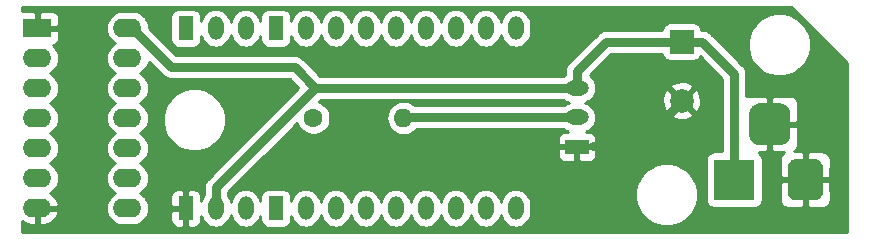
<source format=gbr>
G04 #@! TF.GenerationSoftware,KiCad,Pcbnew,(5.1.4)-1*
G04 #@! TF.CreationDate,2019-11-08T17:43:16+01:00*
G04 #@! TF.ProjectId,ArtNetNode,4172744e-6574-44e6-9f64-652e6b696361,rev?*
G04 #@! TF.SameCoordinates,Original*
G04 #@! TF.FileFunction,Copper,L1,Top*
G04 #@! TF.FilePolarity,Positive*
%FSLAX46Y46*%
G04 Gerber Fmt 4.6, Leading zero omitted, Abs format (unit mm)*
G04 Created by KiCad (PCBNEW (5.1.4)-1) date 2019-11-08 17:43:16*
%MOMM*%
%LPD*%
G04 APERTURE LIST*
%ADD10R,3.500000X3.500000*%
%ADD11C,0.100000*%
%ADD12C,3.000000*%
%ADD13C,3.500000*%
%ADD14O,1.300000X2.000000*%
%ADD15R,1.300000X2.000000*%
%ADD16R,2.000000X2.000000*%
%ADD17C,2.000000*%
%ADD18O,2.000000X1.300000*%
%ADD19R,2.000000X1.300000*%
%ADD20C,1.600000*%
%ADD21O,1.600000X1.600000*%
%ADD22R,2.400000X1.600000*%
%ADD23O,2.400000X1.600000*%
%ADD24C,0.762000*%
%ADD25C,0.508000*%
%ADD26C,0.254000*%
G04 APERTURE END LIST*
D10*
X220980000Y-74930000D03*
D11*
G36*
X227803513Y-73183611D02*
G01*
X227876318Y-73194411D01*
X227947714Y-73212295D01*
X228017013Y-73237090D01*
X228083548Y-73268559D01*
X228146678Y-73306398D01*
X228205795Y-73350242D01*
X228260330Y-73399670D01*
X228309758Y-73454205D01*
X228353602Y-73513322D01*
X228391441Y-73576452D01*
X228422910Y-73642987D01*
X228447705Y-73712286D01*
X228465589Y-73783682D01*
X228476389Y-73856487D01*
X228480000Y-73930000D01*
X228480000Y-75930000D01*
X228476389Y-76003513D01*
X228465589Y-76076318D01*
X228447705Y-76147714D01*
X228422910Y-76217013D01*
X228391441Y-76283548D01*
X228353602Y-76346678D01*
X228309758Y-76405795D01*
X228260330Y-76460330D01*
X228205795Y-76509758D01*
X228146678Y-76553602D01*
X228083548Y-76591441D01*
X228017013Y-76622910D01*
X227947714Y-76647705D01*
X227876318Y-76665589D01*
X227803513Y-76676389D01*
X227730000Y-76680000D01*
X226230000Y-76680000D01*
X226156487Y-76676389D01*
X226083682Y-76665589D01*
X226012286Y-76647705D01*
X225942987Y-76622910D01*
X225876452Y-76591441D01*
X225813322Y-76553602D01*
X225754205Y-76509758D01*
X225699670Y-76460330D01*
X225650242Y-76405795D01*
X225606398Y-76346678D01*
X225568559Y-76283548D01*
X225537090Y-76217013D01*
X225512295Y-76147714D01*
X225494411Y-76076318D01*
X225483611Y-76003513D01*
X225480000Y-75930000D01*
X225480000Y-73930000D01*
X225483611Y-73856487D01*
X225494411Y-73783682D01*
X225512295Y-73712286D01*
X225537090Y-73642987D01*
X225568559Y-73576452D01*
X225606398Y-73513322D01*
X225650242Y-73454205D01*
X225699670Y-73399670D01*
X225754205Y-73350242D01*
X225813322Y-73306398D01*
X225876452Y-73268559D01*
X225942987Y-73237090D01*
X226012286Y-73212295D01*
X226083682Y-73194411D01*
X226156487Y-73183611D01*
X226230000Y-73180000D01*
X227730000Y-73180000D01*
X227803513Y-73183611D01*
X227803513Y-73183611D01*
G37*
D12*
X226980000Y-74930000D03*
D11*
G36*
X224940765Y-68484213D02*
G01*
X225025704Y-68496813D01*
X225108999Y-68517677D01*
X225189848Y-68546605D01*
X225267472Y-68583319D01*
X225341124Y-68627464D01*
X225410094Y-68678616D01*
X225473718Y-68736282D01*
X225531384Y-68799906D01*
X225582536Y-68868876D01*
X225626681Y-68942528D01*
X225663395Y-69020152D01*
X225692323Y-69101001D01*
X225713187Y-69184296D01*
X225725787Y-69269235D01*
X225730000Y-69355000D01*
X225730000Y-71105000D01*
X225725787Y-71190765D01*
X225713187Y-71275704D01*
X225692323Y-71358999D01*
X225663395Y-71439848D01*
X225626681Y-71517472D01*
X225582536Y-71591124D01*
X225531384Y-71660094D01*
X225473718Y-71723718D01*
X225410094Y-71781384D01*
X225341124Y-71832536D01*
X225267472Y-71876681D01*
X225189848Y-71913395D01*
X225108999Y-71942323D01*
X225025704Y-71963187D01*
X224940765Y-71975787D01*
X224855000Y-71980000D01*
X223105000Y-71980000D01*
X223019235Y-71975787D01*
X222934296Y-71963187D01*
X222851001Y-71942323D01*
X222770152Y-71913395D01*
X222692528Y-71876681D01*
X222618876Y-71832536D01*
X222549906Y-71781384D01*
X222486282Y-71723718D01*
X222428616Y-71660094D01*
X222377464Y-71591124D01*
X222333319Y-71517472D01*
X222296605Y-71439848D01*
X222267677Y-71358999D01*
X222246813Y-71275704D01*
X222234213Y-71190765D01*
X222230000Y-71105000D01*
X222230000Y-69355000D01*
X222234213Y-69269235D01*
X222246813Y-69184296D01*
X222267677Y-69101001D01*
X222296605Y-69020152D01*
X222333319Y-68942528D01*
X222377464Y-68868876D01*
X222428616Y-68799906D01*
X222486282Y-68736282D01*
X222549906Y-68678616D01*
X222618876Y-68627464D01*
X222692528Y-68583319D01*
X222770152Y-68546605D01*
X222851001Y-68517677D01*
X222934296Y-68496813D01*
X223019235Y-68484213D01*
X223105000Y-68480000D01*
X224855000Y-68480000D01*
X224940765Y-68484213D01*
X224940765Y-68484213D01*
G37*
D13*
X223980000Y-70230000D03*
D14*
X192300000Y-62120000D03*
X194840000Y-62120000D03*
X189760000Y-62120000D03*
X177060000Y-62120000D03*
X179600000Y-62120000D03*
D15*
X182140000Y-62120000D03*
D14*
X187220000Y-62120000D03*
X184680000Y-62120000D03*
X184680000Y-77360000D03*
X187220000Y-77360000D03*
X199920000Y-62120000D03*
X189760000Y-77360000D03*
X192300000Y-77360000D03*
X202460000Y-77360000D03*
X194840000Y-77360000D03*
X202460000Y-62120000D03*
X199920000Y-77360000D03*
D15*
X174520000Y-62120000D03*
D14*
X197380000Y-77360000D03*
X197380000Y-62120000D03*
D15*
X182140000Y-77360000D03*
D14*
X179600000Y-77360000D03*
X177060000Y-77360000D03*
D15*
X174520000Y-77360000D03*
D16*
X216509600Y-63246000D03*
D17*
X216509600Y-68246000D03*
D18*
X207645000Y-69659500D03*
X207645000Y-67159500D03*
D19*
X207645000Y-72159500D03*
D20*
X185343800Y-69697600D03*
D21*
X192963800Y-69697600D03*
D22*
X161975800Y-62103000D03*
D23*
X169595800Y-77343000D03*
X161975800Y-64643000D03*
X169595800Y-74803000D03*
X161975800Y-67183000D03*
X169595800Y-72263000D03*
X161975800Y-69723000D03*
X169595800Y-69723000D03*
X161975800Y-72263000D03*
X169595800Y-67183000D03*
X161975800Y-74803000D03*
X169595800Y-64643000D03*
X161975800Y-77343000D03*
X169595800Y-62103000D03*
D24*
X177060000Y-75598000D02*
X177060000Y-77360000D01*
X180431000Y-72227000D02*
X177060000Y-75598000D01*
X180939000Y-71719000D02*
X180431000Y-72227000D01*
X220980000Y-72418000D02*
X220980000Y-74930000D01*
X220980000Y-65954400D02*
X220980000Y-72418000D01*
X218271600Y-63246000D02*
X220980000Y-65954400D01*
X216509600Y-63246000D02*
X218271600Y-63246000D01*
X207645000Y-65747500D02*
X207645000Y-67159500D01*
X210146500Y-63246000D02*
X207645000Y-65747500D01*
X216509600Y-63246000D02*
X210146500Y-63246000D01*
X184114000Y-68544000D02*
X180939000Y-71719000D01*
X185498500Y-67159500D02*
X184114000Y-68544000D01*
X207645000Y-67159500D02*
X185498500Y-67159500D01*
X169995800Y-62103000D02*
X169595800Y-62103000D01*
X173297800Y-65405000D02*
X169995800Y-62103000D01*
X183744000Y-65405000D02*
X173297800Y-65405000D01*
X185498500Y-67159500D02*
X183744000Y-65405000D01*
X209019400Y-72045200D02*
X212710400Y-72045200D01*
X212710400Y-72045200D02*
X216509600Y-68246000D01*
D25*
X193116200Y-69545200D02*
X192963800Y-69697600D01*
D24*
X193001900Y-69659500D02*
X192963800Y-69697600D01*
X207645000Y-69659500D02*
X193001900Y-69659500D01*
D26*
X162375800Y-64643000D02*
X161975800Y-64643000D01*
X199920000Y-62120000D02*
X199920000Y-61770000D01*
G36*
X230480000Y-65043381D02*
G01*
X230480001Y-79350000D01*
X160680000Y-79350000D01*
X160680000Y-78470204D01*
X160909317Y-78620166D01*
X161171286Y-78725650D01*
X161448800Y-78778000D01*
X161848800Y-78778000D01*
X161848800Y-77470000D01*
X162102800Y-77470000D01*
X162102800Y-78778000D01*
X162502800Y-78778000D01*
X162780314Y-78725650D01*
X163042283Y-78620166D01*
X163278639Y-78465601D01*
X163480300Y-78267895D01*
X163639515Y-78034646D01*
X163750167Y-77774818D01*
X163767704Y-77692039D01*
X163645715Y-77470000D01*
X162102800Y-77470000D01*
X161848800Y-77470000D01*
X161828800Y-77470000D01*
X161828800Y-77216000D01*
X161848800Y-77216000D01*
X161848800Y-77196000D01*
X162102800Y-77196000D01*
X162102800Y-77216000D01*
X163645715Y-77216000D01*
X163767704Y-76993961D01*
X163750167Y-76911182D01*
X163639515Y-76651354D01*
X163480300Y-76418105D01*
X163278639Y-76220399D01*
X163049059Y-76070265D01*
X163176901Y-76001932D01*
X163395408Y-75822608D01*
X163574732Y-75604101D01*
X163707982Y-75354808D01*
X163790036Y-75084309D01*
X163817743Y-74803000D01*
X163790036Y-74521691D01*
X163707982Y-74251192D01*
X163574732Y-74001899D01*
X163395408Y-73783392D01*
X163176901Y-73604068D01*
X163043942Y-73533000D01*
X163176901Y-73461932D01*
X163395408Y-73282608D01*
X163574732Y-73064101D01*
X163707982Y-72814808D01*
X163790036Y-72544309D01*
X163817743Y-72263000D01*
X163790036Y-71981691D01*
X163707982Y-71711192D01*
X163574732Y-71461899D01*
X163395408Y-71243392D01*
X163176901Y-71064068D01*
X163043942Y-70993000D01*
X163176901Y-70921932D01*
X163395408Y-70742608D01*
X163574732Y-70524101D01*
X163707982Y-70274808D01*
X163790036Y-70004309D01*
X163817743Y-69723000D01*
X163790036Y-69441691D01*
X163707982Y-69171192D01*
X163574732Y-68921899D01*
X163395408Y-68703392D01*
X163176901Y-68524068D01*
X163043942Y-68453000D01*
X163176901Y-68381932D01*
X163395408Y-68202608D01*
X163574732Y-67984101D01*
X163707982Y-67734808D01*
X163790036Y-67464309D01*
X163817743Y-67183000D01*
X163790036Y-66901691D01*
X163707982Y-66631192D01*
X163574732Y-66381899D01*
X163395408Y-66163392D01*
X163176901Y-65984068D01*
X163043942Y-65913000D01*
X163176901Y-65841932D01*
X163395408Y-65662608D01*
X163574732Y-65444101D01*
X163707982Y-65194808D01*
X163790036Y-64924309D01*
X163817743Y-64643000D01*
X163790036Y-64361691D01*
X163707982Y-64091192D01*
X163574732Y-63841899D01*
X163395408Y-63623392D01*
X163282318Y-63530581D01*
X163300282Y-63528812D01*
X163419980Y-63492502D01*
X163530294Y-63433537D01*
X163626985Y-63354185D01*
X163706337Y-63257494D01*
X163765302Y-63147180D01*
X163801612Y-63027482D01*
X163813872Y-62903000D01*
X163810800Y-62388750D01*
X163652050Y-62230000D01*
X162102800Y-62230000D01*
X162102800Y-62250000D01*
X161848800Y-62250000D01*
X161848800Y-62230000D01*
X161828800Y-62230000D01*
X161828800Y-62103000D01*
X167753857Y-62103000D01*
X167781564Y-62384309D01*
X167863618Y-62654808D01*
X167996868Y-62904101D01*
X168176192Y-63122608D01*
X168394699Y-63301932D01*
X168527658Y-63373000D01*
X168394699Y-63444068D01*
X168176192Y-63623392D01*
X167996868Y-63841899D01*
X167863618Y-64091192D01*
X167781564Y-64361691D01*
X167753857Y-64643000D01*
X167781564Y-64924309D01*
X167863618Y-65194808D01*
X167996868Y-65444101D01*
X168176192Y-65662608D01*
X168394699Y-65841932D01*
X168527658Y-65913000D01*
X168394699Y-65984068D01*
X168176192Y-66163392D01*
X167996868Y-66381899D01*
X167863618Y-66631192D01*
X167781564Y-66901691D01*
X167753857Y-67183000D01*
X167781564Y-67464309D01*
X167863618Y-67734808D01*
X167996868Y-67984101D01*
X168176192Y-68202608D01*
X168394699Y-68381932D01*
X168527658Y-68453000D01*
X168394699Y-68524068D01*
X168176192Y-68703392D01*
X167996868Y-68921899D01*
X167863618Y-69171192D01*
X167781564Y-69441691D01*
X167753857Y-69723000D01*
X167781564Y-70004309D01*
X167863618Y-70274808D01*
X167996868Y-70524101D01*
X168176192Y-70742608D01*
X168394699Y-70921932D01*
X168527658Y-70993000D01*
X168394699Y-71064068D01*
X168176192Y-71243392D01*
X167996868Y-71461899D01*
X167863618Y-71711192D01*
X167781564Y-71981691D01*
X167753857Y-72263000D01*
X167781564Y-72544309D01*
X167863618Y-72814808D01*
X167996868Y-73064101D01*
X168176192Y-73282608D01*
X168394699Y-73461932D01*
X168527658Y-73533000D01*
X168394699Y-73604068D01*
X168176192Y-73783392D01*
X167996868Y-74001899D01*
X167863618Y-74251192D01*
X167781564Y-74521691D01*
X167753857Y-74803000D01*
X167781564Y-75084309D01*
X167863618Y-75354808D01*
X167996868Y-75604101D01*
X168176192Y-75822608D01*
X168394699Y-76001932D01*
X168527658Y-76073000D01*
X168394699Y-76144068D01*
X168176192Y-76323392D01*
X167996868Y-76541899D01*
X167863618Y-76791192D01*
X167781564Y-77061691D01*
X167753857Y-77343000D01*
X167781564Y-77624309D01*
X167863618Y-77894808D01*
X167996868Y-78144101D01*
X168176192Y-78362608D01*
X168394699Y-78541932D01*
X168643992Y-78675182D01*
X168914491Y-78757236D01*
X169125308Y-78778000D01*
X170066292Y-78778000D01*
X170277109Y-78757236D01*
X170547608Y-78675182D01*
X170796901Y-78541932D01*
X171015408Y-78362608D01*
X171017548Y-78360000D01*
X173231928Y-78360000D01*
X173244188Y-78484482D01*
X173280498Y-78604180D01*
X173339463Y-78714494D01*
X173418815Y-78811185D01*
X173515506Y-78890537D01*
X173625820Y-78949502D01*
X173745518Y-78985812D01*
X173870000Y-78998072D01*
X174234250Y-78995000D01*
X174393000Y-78836250D01*
X174393000Y-77487000D01*
X173393750Y-77487000D01*
X173235000Y-77645750D01*
X173231928Y-78360000D01*
X171017548Y-78360000D01*
X171194732Y-78144101D01*
X171327982Y-77894808D01*
X171410036Y-77624309D01*
X171437743Y-77343000D01*
X171410036Y-77061691D01*
X171327982Y-76791192D01*
X171194732Y-76541899D01*
X171045452Y-76360000D01*
X173231928Y-76360000D01*
X173235000Y-77074250D01*
X173393750Y-77233000D01*
X174393000Y-77233000D01*
X174393000Y-75883750D01*
X174234250Y-75725000D01*
X173870000Y-75721928D01*
X173745518Y-75734188D01*
X173625820Y-75770498D01*
X173515506Y-75829463D01*
X173418815Y-75908815D01*
X173339463Y-76005506D01*
X173280498Y-76115820D01*
X173244188Y-76235518D01*
X173231928Y-76360000D01*
X171045452Y-76360000D01*
X171015408Y-76323392D01*
X170796901Y-76144068D01*
X170663942Y-76073000D01*
X170796901Y-76001932D01*
X171015408Y-75822608D01*
X171194732Y-75604101D01*
X171327982Y-75354808D01*
X171410036Y-75084309D01*
X171437743Y-74803000D01*
X171410036Y-74521691D01*
X171327982Y-74251192D01*
X171194732Y-74001899D01*
X171015408Y-73783392D01*
X170796901Y-73604068D01*
X170663942Y-73533000D01*
X170796901Y-73461932D01*
X171015408Y-73282608D01*
X171194732Y-73064101D01*
X171327982Y-72814808D01*
X171410036Y-72544309D01*
X171437743Y-72263000D01*
X171410036Y-71981691D01*
X171327982Y-71711192D01*
X171194732Y-71461899D01*
X171015408Y-71243392D01*
X170796901Y-71064068D01*
X170663942Y-70993000D01*
X170796901Y-70921932D01*
X171015408Y-70742608D01*
X171194732Y-70524101D01*
X171327982Y-70274808D01*
X171410036Y-70004309D01*
X171437743Y-69723000D01*
X171424379Y-69587314D01*
X172592905Y-69587314D01*
X172592905Y-70112686D01*
X172695400Y-70627963D01*
X172896451Y-71113343D01*
X173188332Y-71550174D01*
X173559826Y-71921668D01*
X173996657Y-72213549D01*
X174482037Y-72414600D01*
X174997314Y-72517095D01*
X175522686Y-72517095D01*
X176037963Y-72414600D01*
X176523343Y-72213549D01*
X176960174Y-71921668D01*
X177331668Y-71550174D01*
X177623549Y-71113343D01*
X177824600Y-70627963D01*
X177927095Y-70112686D01*
X177927095Y-69587314D01*
X177824600Y-69072037D01*
X177623549Y-68586657D01*
X177331668Y-68149826D01*
X176960174Y-67778332D01*
X176523343Y-67486451D01*
X176037963Y-67285400D01*
X175522686Y-67182905D01*
X174997314Y-67182905D01*
X174482037Y-67285400D01*
X173996657Y-67486451D01*
X173559826Y-67778332D01*
X173188332Y-68149826D01*
X172896451Y-68586657D01*
X172695400Y-69072037D01*
X172592905Y-69587314D01*
X171424379Y-69587314D01*
X171410036Y-69441691D01*
X171327982Y-69171192D01*
X171194732Y-68921899D01*
X171015408Y-68703392D01*
X170796901Y-68524068D01*
X170663942Y-68453000D01*
X170796901Y-68381932D01*
X171015408Y-68202608D01*
X171194732Y-67984101D01*
X171327982Y-67734808D01*
X171410036Y-67464309D01*
X171437743Y-67183000D01*
X171410036Y-66901691D01*
X171327982Y-66631192D01*
X171194732Y-66381899D01*
X171015408Y-66163392D01*
X170796901Y-65984068D01*
X170663942Y-65913000D01*
X170796901Y-65841932D01*
X171015408Y-65662608D01*
X171194732Y-65444101D01*
X171327982Y-65194808D01*
X171403108Y-64947148D01*
X172544092Y-66088133D01*
X172575904Y-66126896D01*
X172730610Y-66253860D01*
X172907113Y-66348202D01*
X173098629Y-66406298D01*
X173247898Y-66421000D01*
X173247905Y-66421000D01*
X173297799Y-66425914D01*
X173347693Y-66421000D01*
X183323160Y-66421000D01*
X184061659Y-67159500D01*
X183430870Y-67790290D01*
X183430865Y-67790294D01*
X180255866Y-70965294D01*
X179747871Y-71473289D01*
X179747865Y-71473294D01*
X176376872Y-74844288D01*
X176338104Y-74876104D01*
X176211140Y-75030810D01*
X176116798Y-75207314D01*
X176082407Y-75320687D01*
X176058702Y-75398830D01*
X176039085Y-75598000D01*
X176044000Y-75647902D01*
X176044000Y-76222443D01*
X175986392Y-76292639D01*
X175867071Y-76515874D01*
X175806543Y-76715406D01*
X175808072Y-76360000D01*
X175795812Y-76235518D01*
X175759502Y-76115820D01*
X175700537Y-76005506D01*
X175621185Y-75908815D01*
X175524494Y-75829463D01*
X175414180Y-75770498D01*
X175294482Y-75734188D01*
X175170000Y-75721928D01*
X174805750Y-75725000D01*
X174647000Y-75883750D01*
X174647000Y-77233000D01*
X174667000Y-77233000D01*
X174667000Y-77487000D01*
X174647000Y-77487000D01*
X174647000Y-78836250D01*
X174805750Y-78995000D01*
X175170000Y-78998072D01*
X175294482Y-78985812D01*
X175414180Y-78949502D01*
X175524494Y-78890537D01*
X175621185Y-78811185D01*
X175700537Y-78714494D01*
X175759502Y-78604180D01*
X175795812Y-78484482D01*
X175808072Y-78360000D01*
X175806543Y-78004595D01*
X175867071Y-78204127D01*
X175986392Y-78427362D01*
X176146973Y-78623028D01*
X176342639Y-78783608D01*
X176565874Y-78902929D01*
X176808097Y-78976407D01*
X177060000Y-79001217D01*
X177311904Y-78976407D01*
X177554127Y-78902929D01*
X177777362Y-78783608D01*
X177973028Y-78623028D01*
X178133608Y-78427362D01*
X178252929Y-78204127D01*
X178326407Y-77961903D01*
X178330000Y-77925423D01*
X178333593Y-77961904D01*
X178407071Y-78204127D01*
X178526392Y-78427362D01*
X178686973Y-78623028D01*
X178882639Y-78783608D01*
X179105874Y-78902929D01*
X179348097Y-78976407D01*
X179600000Y-79001217D01*
X179851904Y-78976407D01*
X180094127Y-78902929D01*
X180317362Y-78783608D01*
X180513028Y-78623028D01*
X180673608Y-78427362D01*
X180792929Y-78204127D01*
X180851928Y-78009635D01*
X180851928Y-78360000D01*
X180864188Y-78484482D01*
X180900498Y-78604180D01*
X180959463Y-78714494D01*
X181038815Y-78811185D01*
X181135506Y-78890537D01*
X181245820Y-78949502D01*
X181365518Y-78985812D01*
X181490000Y-78998072D01*
X182790000Y-78998072D01*
X182914482Y-78985812D01*
X183034180Y-78949502D01*
X183144494Y-78890537D01*
X183241185Y-78811185D01*
X183320537Y-78714494D01*
X183379502Y-78604180D01*
X183415812Y-78484482D01*
X183428072Y-78360000D01*
X183428072Y-78009635D01*
X183487071Y-78204127D01*
X183606392Y-78427362D01*
X183766973Y-78623028D01*
X183962639Y-78783608D01*
X184185874Y-78902929D01*
X184428097Y-78976407D01*
X184680000Y-79001217D01*
X184931904Y-78976407D01*
X185174127Y-78902929D01*
X185397362Y-78783608D01*
X185593028Y-78623028D01*
X185753608Y-78427362D01*
X185872929Y-78204127D01*
X185946407Y-77961903D01*
X185950000Y-77925423D01*
X185953593Y-77961904D01*
X186027071Y-78204127D01*
X186146392Y-78427362D01*
X186306973Y-78623028D01*
X186502639Y-78783608D01*
X186725874Y-78902929D01*
X186968097Y-78976407D01*
X187220000Y-79001217D01*
X187471904Y-78976407D01*
X187714127Y-78902929D01*
X187937362Y-78783608D01*
X188133028Y-78623028D01*
X188293608Y-78427362D01*
X188412929Y-78204127D01*
X188486407Y-77961903D01*
X188490000Y-77925423D01*
X188493593Y-77961904D01*
X188567071Y-78204127D01*
X188686392Y-78427362D01*
X188846973Y-78623028D01*
X189042639Y-78783608D01*
X189265874Y-78902929D01*
X189508097Y-78976407D01*
X189760000Y-79001217D01*
X190011904Y-78976407D01*
X190254127Y-78902929D01*
X190477362Y-78783608D01*
X190673028Y-78623028D01*
X190833608Y-78427362D01*
X190952929Y-78204127D01*
X191026407Y-77961903D01*
X191030000Y-77925423D01*
X191033593Y-77961904D01*
X191107071Y-78204127D01*
X191226392Y-78427362D01*
X191386973Y-78623028D01*
X191582639Y-78783608D01*
X191805874Y-78902929D01*
X192048097Y-78976407D01*
X192300000Y-79001217D01*
X192551904Y-78976407D01*
X192794127Y-78902929D01*
X193017362Y-78783608D01*
X193213028Y-78623028D01*
X193373608Y-78427362D01*
X193492929Y-78204127D01*
X193566407Y-77961903D01*
X193570000Y-77925423D01*
X193573593Y-77961904D01*
X193647071Y-78204127D01*
X193766392Y-78427362D01*
X193926973Y-78623028D01*
X194122639Y-78783608D01*
X194345874Y-78902929D01*
X194588097Y-78976407D01*
X194840000Y-79001217D01*
X195091904Y-78976407D01*
X195334127Y-78902929D01*
X195557362Y-78783608D01*
X195753028Y-78623028D01*
X195913608Y-78427362D01*
X196032929Y-78204127D01*
X196106407Y-77961903D01*
X196110000Y-77925423D01*
X196113593Y-77961904D01*
X196187071Y-78204127D01*
X196306392Y-78427362D01*
X196466973Y-78623028D01*
X196662639Y-78783608D01*
X196885874Y-78902929D01*
X197128097Y-78976407D01*
X197380000Y-79001217D01*
X197631904Y-78976407D01*
X197874127Y-78902929D01*
X198097362Y-78783608D01*
X198293028Y-78623028D01*
X198453608Y-78427362D01*
X198572929Y-78204127D01*
X198646407Y-77961903D01*
X198650000Y-77925423D01*
X198653593Y-77961904D01*
X198727071Y-78204127D01*
X198846392Y-78427362D01*
X199006973Y-78623028D01*
X199202639Y-78783608D01*
X199425874Y-78902929D01*
X199668097Y-78976407D01*
X199920000Y-79001217D01*
X200171904Y-78976407D01*
X200414127Y-78902929D01*
X200637362Y-78783608D01*
X200833028Y-78623028D01*
X200993608Y-78427362D01*
X201112929Y-78204127D01*
X201186407Y-77961903D01*
X201190000Y-77925423D01*
X201193593Y-77961904D01*
X201267071Y-78204127D01*
X201386392Y-78427362D01*
X201546973Y-78623028D01*
X201742639Y-78783608D01*
X201965874Y-78902929D01*
X202208097Y-78976407D01*
X202460000Y-79001217D01*
X202711904Y-78976407D01*
X202954127Y-78902929D01*
X203177362Y-78783608D01*
X203373028Y-78623028D01*
X203533608Y-78427362D01*
X203652929Y-78204127D01*
X203726407Y-77961903D01*
X203745000Y-77773122D01*
X203745000Y-76946877D01*
X203726407Y-76758096D01*
X203652929Y-76515873D01*
X203533608Y-76292638D01*
X203373028Y-76096972D01*
X203178485Y-75937314D01*
X212566405Y-75937314D01*
X212566405Y-76462686D01*
X212668900Y-76977963D01*
X212869951Y-77463343D01*
X213161832Y-77900174D01*
X213533326Y-78271668D01*
X213970157Y-78563549D01*
X214455537Y-78764600D01*
X214970814Y-78867095D01*
X215496186Y-78867095D01*
X216011463Y-78764600D01*
X216496843Y-78563549D01*
X216933674Y-78271668D01*
X217305168Y-77900174D01*
X217597049Y-77463343D01*
X217798100Y-76977963D01*
X217900595Y-76462686D01*
X217900595Y-75937314D01*
X217798100Y-75422037D01*
X217597049Y-74936657D01*
X217305168Y-74499826D01*
X216933674Y-74128332D01*
X216496843Y-73836451D01*
X216011463Y-73635400D01*
X215496186Y-73532905D01*
X214970814Y-73532905D01*
X214455537Y-73635400D01*
X213970157Y-73836451D01*
X213533326Y-74128332D01*
X213161832Y-74499826D01*
X212869951Y-74936657D01*
X212668900Y-75422037D01*
X212566405Y-75937314D01*
X203178485Y-75937314D01*
X203177361Y-75936392D01*
X202954126Y-75817071D01*
X202711903Y-75743593D01*
X202460000Y-75718783D01*
X202208096Y-75743593D01*
X201965873Y-75817071D01*
X201742638Y-75936392D01*
X201546972Y-76096972D01*
X201386392Y-76292639D01*
X201267071Y-76515874D01*
X201193593Y-76758097D01*
X201190000Y-76794577D01*
X201186407Y-76758096D01*
X201112929Y-76515873D01*
X200993608Y-76292638D01*
X200833028Y-76096972D01*
X200637361Y-75936392D01*
X200414126Y-75817071D01*
X200171903Y-75743593D01*
X199920000Y-75718783D01*
X199668096Y-75743593D01*
X199425873Y-75817071D01*
X199202638Y-75936392D01*
X199006972Y-76096972D01*
X198846392Y-76292639D01*
X198727071Y-76515874D01*
X198653593Y-76758097D01*
X198650000Y-76794577D01*
X198646407Y-76758096D01*
X198572929Y-76515873D01*
X198453608Y-76292638D01*
X198293028Y-76096972D01*
X198097361Y-75936392D01*
X197874126Y-75817071D01*
X197631903Y-75743593D01*
X197380000Y-75718783D01*
X197128096Y-75743593D01*
X196885873Y-75817071D01*
X196662638Y-75936392D01*
X196466972Y-76096972D01*
X196306392Y-76292639D01*
X196187071Y-76515874D01*
X196113593Y-76758097D01*
X196110000Y-76794577D01*
X196106407Y-76758096D01*
X196032929Y-76515873D01*
X195913608Y-76292638D01*
X195753028Y-76096972D01*
X195557361Y-75936392D01*
X195334126Y-75817071D01*
X195091903Y-75743593D01*
X194840000Y-75718783D01*
X194588096Y-75743593D01*
X194345873Y-75817071D01*
X194122638Y-75936392D01*
X193926972Y-76096972D01*
X193766392Y-76292639D01*
X193647071Y-76515874D01*
X193573593Y-76758097D01*
X193570000Y-76794577D01*
X193566407Y-76758096D01*
X193492929Y-76515873D01*
X193373608Y-76292638D01*
X193213028Y-76096972D01*
X193017361Y-75936392D01*
X192794126Y-75817071D01*
X192551903Y-75743593D01*
X192300000Y-75718783D01*
X192048096Y-75743593D01*
X191805873Y-75817071D01*
X191582638Y-75936392D01*
X191386972Y-76096972D01*
X191226392Y-76292639D01*
X191107071Y-76515874D01*
X191033593Y-76758097D01*
X191030000Y-76794577D01*
X191026407Y-76758096D01*
X190952929Y-76515873D01*
X190833608Y-76292638D01*
X190673028Y-76096972D01*
X190477361Y-75936392D01*
X190254126Y-75817071D01*
X190011903Y-75743593D01*
X189760000Y-75718783D01*
X189508096Y-75743593D01*
X189265873Y-75817071D01*
X189042638Y-75936392D01*
X188846972Y-76096972D01*
X188686392Y-76292639D01*
X188567071Y-76515874D01*
X188493593Y-76758097D01*
X188490000Y-76794577D01*
X188486407Y-76758096D01*
X188412929Y-76515873D01*
X188293608Y-76292638D01*
X188133028Y-76096972D01*
X187937361Y-75936392D01*
X187714126Y-75817071D01*
X187471903Y-75743593D01*
X187220000Y-75718783D01*
X186968096Y-75743593D01*
X186725873Y-75817071D01*
X186502638Y-75936392D01*
X186306972Y-76096972D01*
X186146392Y-76292639D01*
X186027071Y-76515874D01*
X185953593Y-76758097D01*
X185950000Y-76794577D01*
X185946407Y-76758096D01*
X185872929Y-76515873D01*
X185753608Y-76292638D01*
X185593028Y-76096972D01*
X185397361Y-75936392D01*
X185174126Y-75817071D01*
X184931903Y-75743593D01*
X184680000Y-75718783D01*
X184428096Y-75743593D01*
X184185873Y-75817071D01*
X183962638Y-75936392D01*
X183766972Y-76096972D01*
X183606392Y-76292639D01*
X183487071Y-76515874D01*
X183428072Y-76710365D01*
X183428072Y-76360000D01*
X183415812Y-76235518D01*
X183379502Y-76115820D01*
X183320537Y-76005506D01*
X183241185Y-75908815D01*
X183144494Y-75829463D01*
X183034180Y-75770498D01*
X182914482Y-75734188D01*
X182790000Y-75721928D01*
X181490000Y-75721928D01*
X181365518Y-75734188D01*
X181245820Y-75770498D01*
X181135506Y-75829463D01*
X181038815Y-75908815D01*
X180959463Y-76005506D01*
X180900498Y-76115820D01*
X180864188Y-76235518D01*
X180851928Y-76360000D01*
X180851928Y-76710365D01*
X180792929Y-76515873D01*
X180673608Y-76292638D01*
X180513028Y-76096972D01*
X180317361Y-75936392D01*
X180094126Y-75817071D01*
X179851903Y-75743593D01*
X179600000Y-75718783D01*
X179348096Y-75743593D01*
X179105873Y-75817071D01*
X178882638Y-75936392D01*
X178686972Y-76096972D01*
X178526392Y-76292639D01*
X178407071Y-76515874D01*
X178333593Y-76758097D01*
X178330000Y-76794577D01*
X178326407Y-76758096D01*
X178252929Y-76515873D01*
X178133608Y-76292638D01*
X178076000Y-76222443D01*
X178076000Y-76018840D01*
X181184706Y-72910135D01*
X181184711Y-72910129D01*
X181285340Y-72809500D01*
X206006928Y-72809500D01*
X206019188Y-72933982D01*
X206055498Y-73053680D01*
X206114463Y-73163994D01*
X206193815Y-73260685D01*
X206290506Y-73340037D01*
X206400820Y-73399002D01*
X206520518Y-73435312D01*
X206645000Y-73447572D01*
X207359250Y-73444500D01*
X207518000Y-73285750D01*
X207518000Y-72286500D01*
X207772000Y-72286500D01*
X207772000Y-73285750D01*
X207930750Y-73444500D01*
X208645000Y-73447572D01*
X208769482Y-73435312D01*
X208889180Y-73399002D01*
X208999494Y-73340037D01*
X209096185Y-73260685D01*
X209175537Y-73163994D01*
X209234502Y-73053680D01*
X209270812Y-72933982D01*
X209283072Y-72809500D01*
X209280000Y-72445250D01*
X209121250Y-72286500D01*
X207772000Y-72286500D01*
X207518000Y-72286500D01*
X206168750Y-72286500D01*
X206010000Y-72445250D01*
X206006928Y-72809500D01*
X181285340Y-72809500D01*
X183968258Y-70126582D01*
X184072120Y-70377327D01*
X184229163Y-70612359D01*
X184429041Y-70812237D01*
X184664073Y-70969280D01*
X184925226Y-71077453D01*
X185202465Y-71132600D01*
X185485135Y-71132600D01*
X185762374Y-71077453D01*
X186023527Y-70969280D01*
X186258559Y-70812237D01*
X186458437Y-70612359D01*
X186615480Y-70377327D01*
X186723653Y-70116174D01*
X186778800Y-69838935D01*
X186778800Y-69556265D01*
X186723653Y-69279026D01*
X186615480Y-69017873D01*
X186458437Y-68782841D01*
X186258559Y-68582963D01*
X186023527Y-68425920D01*
X185772782Y-68322058D01*
X185919341Y-68175500D01*
X206507443Y-68175500D01*
X206577638Y-68233108D01*
X206800873Y-68352429D01*
X206989010Y-68409500D01*
X206800873Y-68466571D01*
X206577638Y-68585892D01*
X206507443Y-68643500D01*
X193941379Y-68643500D01*
X193764901Y-68498668D01*
X193515608Y-68365418D01*
X193245109Y-68283364D01*
X193034292Y-68262600D01*
X192893308Y-68262600D01*
X192682491Y-68283364D01*
X192411992Y-68365418D01*
X192162699Y-68498668D01*
X191944192Y-68677992D01*
X191764868Y-68896499D01*
X191631618Y-69145792D01*
X191549564Y-69416291D01*
X191521857Y-69697600D01*
X191549564Y-69978909D01*
X191631618Y-70249408D01*
X191764868Y-70498701D01*
X191944192Y-70717208D01*
X192162699Y-70896532D01*
X192411992Y-71029782D01*
X192682491Y-71111836D01*
X192893308Y-71132600D01*
X193034292Y-71132600D01*
X193245109Y-71111836D01*
X193515608Y-71029782D01*
X193764901Y-70896532D01*
X193983408Y-70717208D01*
X194017637Y-70675500D01*
X206507443Y-70675500D01*
X206577638Y-70733108D01*
X206800873Y-70852429D01*
X206866647Y-70872381D01*
X206645000Y-70871428D01*
X206520518Y-70883688D01*
X206400820Y-70919998D01*
X206290506Y-70978963D01*
X206193815Y-71058315D01*
X206114463Y-71155006D01*
X206055498Y-71265320D01*
X206019188Y-71385018D01*
X206006928Y-71509500D01*
X206010000Y-71873750D01*
X206168750Y-72032500D01*
X207518000Y-72032500D01*
X207518000Y-72012500D01*
X207772000Y-72012500D01*
X207772000Y-72032500D01*
X209121250Y-72032500D01*
X209280000Y-71873750D01*
X209283072Y-71509500D01*
X209270812Y-71385018D01*
X209234502Y-71265320D01*
X209175537Y-71155006D01*
X209096185Y-71058315D01*
X208999494Y-70978963D01*
X208889180Y-70919998D01*
X208769482Y-70883688D01*
X208645000Y-70871428D01*
X208423353Y-70872381D01*
X208489127Y-70852429D01*
X208712362Y-70733108D01*
X208908028Y-70572528D01*
X209068608Y-70376862D01*
X209187929Y-70153627D01*
X209261407Y-69911404D01*
X209286217Y-69659500D01*
X209261407Y-69407596D01*
X209253465Y-69381413D01*
X215553792Y-69381413D01*
X215649556Y-69645814D01*
X215939171Y-69786704D01*
X216250708Y-69868384D01*
X216572195Y-69887718D01*
X216891275Y-69843961D01*
X217195688Y-69738795D01*
X217369644Y-69645814D01*
X217465408Y-69381413D01*
X216509600Y-68425605D01*
X215553792Y-69381413D01*
X209253465Y-69381413D01*
X209187929Y-69165373D01*
X209068608Y-68942138D01*
X208908028Y-68746472D01*
X208712362Y-68585892D01*
X208489127Y-68466571D01*
X208300990Y-68409500D01*
X208489127Y-68352429D01*
X208571135Y-68308595D01*
X214867882Y-68308595D01*
X214911639Y-68627675D01*
X215016805Y-68932088D01*
X215109786Y-69106044D01*
X215374187Y-69201808D01*
X216329995Y-68246000D01*
X216689205Y-68246000D01*
X217645013Y-69201808D01*
X217909414Y-69106044D01*
X218050304Y-68816429D01*
X218131984Y-68504892D01*
X218151318Y-68183405D01*
X218107561Y-67864325D01*
X218002395Y-67559912D01*
X217909414Y-67385956D01*
X217645013Y-67290192D01*
X216689205Y-68246000D01*
X216329995Y-68246000D01*
X215374187Y-67290192D01*
X215109786Y-67385956D01*
X214968896Y-67675571D01*
X214887216Y-67987108D01*
X214867882Y-68308595D01*
X208571135Y-68308595D01*
X208712362Y-68233108D01*
X208908028Y-68072528D01*
X209068608Y-67876862D01*
X209187929Y-67653627D01*
X209261407Y-67411404D01*
X209286217Y-67159500D01*
X209281400Y-67110587D01*
X215553792Y-67110587D01*
X216509600Y-68066395D01*
X217465408Y-67110587D01*
X217369644Y-66846186D01*
X217080029Y-66705296D01*
X216768492Y-66623616D01*
X216447005Y-66604282D01*
X216127925Y-66648039D01*
X215823512Y-66753205D01*
X215649556Y-66846186D01*
X215553792Y-67110587D01*
X209281400Y-67110587D01*
X209261407Y-66907596D01*
X209187929Y-66665373D01*
X209068608Y-66442138D01*
X208908028Y-66246472D01*
X208729436Y-66099904D01*
X210567341Y-64262000D01*
X214873104Y-64262000D01*
X214883788Y-64370482D01*
X214920098Y-64490180D01*
X214979063Y-64600494D01*
X215058415Y-64697185D01*
X215155106Y-64776537D01*
X215265420Y-64835502D01*
X215385118Y-64871812D01*
X215509600Y-64884072D01*
X217509600Y-64884072D01*
X217634082Y-64871812D01*
X217753780Y-64835502D01*
X217864094Y-64776537D01*
X217960785Y-64697185D01*
X218040137Y-64600494D01*
X218092079Y-64503319D01*
X219964000Y-66375241D01*
X219964001Y-72368089D01*
X219964000Y-72368099D01*
X219964000Y-72541928D01*
X219230000Y-72541928D01*
X219105518Y-72554188D01*
X218985820Y-72590498D01*
X218875506Y-72649463D01*
X218778815Y-72728815D01*
X218699463Y-72825506D01*
X218640498Y-72935820D01*
X218604188Y-73055518D01*
X218591928Y-73180000D01*
X218591928Y-76680000D01*
X218604188Y-76804482D01*
X218640498Y-76924180D01*
X218699463Y-77034494D01*
X218778815Y-77131185D01*
X218875506Y-77210537D01*
X218985820Y-77269502D01*
X219105518Y-77305812D01*
X219230000Y-77318072D01*
X222730000Y-77318072D01*
X222854482Y-77305812D01*
X222974180Y-77269502D01*
X223084494Y-77210537D01*
X223181185Y-77131185D01*
X223260537Y-77034494D01*
X223319502Y-76924180D01*
X223355812Y-76804482D01*
X223368072Y-76680000D01*
X224841928Y-76680000D01*
X224854188Y-76804482D01*
X224890498Y-76924180D01*
X224949463Y-77034494D01*
X225028815Y-77131185D01*
X225125506Y-77210537D01*
X225235820Y-77269502D01*
X225355518Y-77305812D01*
X225480000Y-77318072D01*
X226694250Y-77315000D01*
X226853000Y-77156250D01*
X226853000Y-75057000D01*
X227107000Y-75057000D01*
X227107000Y-77156250D01*
X227265750Y-77315000D01*
X228480000Y-77318072D01*
X228604482Y-77305812D01*
X228724180Y-77269502D01*
X228834494Y-77210537D01*
X228931185Y-77131185D01*
X229010537Y-77034494D01*
X229069502Y-76924180D01*
X229105812Y-76804482D01*
X229118072Y-76680000D01*
X229115000Y-75215750D01*
X228956250Y-75057000D01*
X227107000Y-75057000D01*
X226853000Y-75057000D01*
X225003750Y-75057000D01*
X224845000Y-75215750D01*
X224841928Y-76680000D01*
X223368072Y-76680000D01*
X223368072Y-73180000D01*
X223355812Y-73055518D01*
X223319502Y-72935820D01*
X223260537Y-72825506D01*
X223181185Y-72728815D01*
X223084494Y-72649463D01*
X223022655Y-72616409D01*
X223694250Y-72615000D01*
X223853000Y-72456250D01*
X223853000Y-70357000D01*
X224107000Y-70357000D01*
X224107000Y-72456250D01*
X224265750Y-72615000D01*
X225186367Y-72616931D01*
X225125506Y-72649463D01*
X225028815Y-72728815D01*
X224949463Y-72825506D01*
X224890498Y-72935820D01*
X224854188Y-73055518D01*
X224841928Y-73180000D01*
X224845000Y-74644250D01*
X225003750Y-74803000D01*
X226853000Y-74803000D01*
X226853000Y-72703750D01*
X227107000Y-72703750D01*
X227107000Y-74803000D01*
X228956250Y-74803000D01*
X229115000Y-74644250D01*
X229118072Y-73180000D01*
X229105812Y-73055518D01*
X229069502Y-72935820D01*
X229010537Y-72825506D01*
X228931185Y-72728815D01*
X228834494Y-72649463D01*
X228724180Y-72590498D01*
X228604482Y-72554188D01*
X228480000Y-72541928D01*
X227265750Y-72545000D01*
X227107000Y-72703750D01*
X226853000Y-72703750D01*
X226694250Y-72545000D01*
X226023195Y-72543302D01*
X226084494Y-72510537D01*
X226181185Y-72431185D01*
X226260537Y-72334494D01*
X226319502Y-72224180D01*
X226355812Y-72104482D01*
X226368072Y-71980000D01*
X226365000Y-70515750D01*
X226206250Y-70357000D01*
X224107000Y-70357000D01*
X223853000Y-70357000D01*
X223833000Y-70357000D01*
X223833000Y-70103000D01*
X223853000Y-70103000D01*
X223853000Y-68003750D01*
X224107000Y-68003750D01*
X224107000Y-70103000D01*
X226206250Y-70103000D01*
X226365000Y-69944250D01*
X226368072Y-68480000D01*
X226355812Y-68355518D01*
X226319502Y-68235820D01*
X226260537Y-68125506D01*
X226181185Y-68028815D01*
X226084494Y-67949463D01*
X225974180Y-67890498D01*
X225854482Y-67854188D01*
X225730000Y-67841928D01*
X224265750Y-67845000D01*
X224107000Y-68003750D01*
X223853000Y-68003750D01*
X223694250Y-67845000D01*
X222230000Y-67841928D01*
X222105518Y-67854188D01*
X221996000Y-67887410D01*
X221996000Y-66004301D01*
X222000915Y-65954399D01*
X221981298Y-65755229D01*
X221963816Y-65697598D01*
X221923202Y-65563713D01*
X221828860Y-65387210D01*
X221701896Y-65232504D01*
X221663133Y-65200692D01*
X219699755Y-63237314D01*
X222122905Y-63237314D01*
X222122905Y-63762686D01*
X222225400Y-64277963D01*
X222426451Y-64763343D01*
X222718332Y-65200174D01*
X223089826Y-65571668D01*
X223526657Y-65863549D01*
X224012037Y-66064600D01*
X224527314Y-66167095D01*
X225052686Y-66167095D01*
X225567963Y-66064600D01*
X226053343Y-65863549D01*
X226490174Y-65571668D01*
X226861668Y-65200174D01*
X227153549Y-64763343D01*
X227354600Y-64277963D01*
X227457095Y-63762686D01*
X227457095Y-63237314D01*
X227354600Y-62722037D01*
X227153549Y-62236657D01*
X226861668Y-61799826D01*
X226490174Y-61428332D01*
X226053343Y-61136451D01*
X225567963Y-60935400D01*
X225052686Y-60832905D01*
X224527314Y-60832905D01*
X224012037Y-60935400D01*
X223526657Y-61136451D01*
X223089826Y-61428332D01*
X222718332Y-61799826D01*
X222426451Y-62236657D01*
X222225400Y-62722037D01*
X222122905Y-63237314D01*
X219699755Y-63237314D01*
X219025312Y-62562872D01*
X218993496Y-62524104D01*
X218838790Y-62397140D01*
X218662287Y-62302798D01*
X218470771Y-62244702D01*
X218321502Y-62230000D01*
X218271600Y-62225085D01*
X218221698Y-62230000D01*
X218146096Y-62230000D01*
X218135412Y-62121518D01*
X218099102Y-62001820D01*
X218040137Y-61891506D01*
X217960785Y-61794815D01*
X217864094Y-61715463D01*
X217753780Y-61656498D01*
X217634082Y-61620188D01*
X217509600Y-61607928D01*
X215509600Y-61607928D01*
X215385118Y-61620188D01*
X215265420Y-61656498D01*
X215155106Y-61715463D01*
X215058415Y-61794815D01*
X214979063Y-61891506D01*
X214920098Y-62001820D01*
X214883788Y-62121518D01*
X214873104Y-62230000D01*
X210196393Y-62230000D01*
X210146499Y-62225086D01*
X210096605Y-62230000D01*
X210096598Y-62230000D01*
X209947329Y-62244702D01*
X209755813Y-62302798D01*
X209579310Y-62397140D01*
X209424604Y-62524104D01*
X209392792Y-62562867D01*
X206961872Y-64993788D01*
X206923104Y-65025604D01*
X206796140Y-65180310D01*
X206701798Y-65356814D01*
X206678629Y-65433192D01*
X206643702Y-65548330D01*
X206624085Y-65747500D01*
X206629000Y-65797402D01*
X206629000Y-66058438D01*
X206577638Y-66085892D01*
X206507443Y-66143500D01*
X185919341Y-66143500D01*
X184497712Y-64721872D01*
X184465896Y-64683104D01*
X184311190Y-64556140D01*
X184134687Y-64461798D01*
X183943171Y-64403702D01*
X183793902Y-64389000D01*
X183744000Y-64384085D01*
X183694098Y-64389000D01*
X173718641Y-64389000D01*
X171437285Y-62107645D01*
X171437743Y-62103000D01*
X171410036Y-61821691D01*
X171327982Y-61551192D01*
X171194732Y-61301899D01*
X171045452Y-61120000D01*
X173231928Y-61120000D01*
X173231928Y-63120000D01*
X173244188Y-63244482D01*
X173280498Y-63364180D01*
X173339463Y-63474494D01*
X173418815Y-63571185D01*
X173515506Y-63650537D01*
X173625820Y-63709502D01*
X173745518Y-63745812D01*
X173870000Y-63758072D01*
X175170000Y-63758072D01*
X175294482Y-63745812D01*
X175414180Y-63709502D01*
X175524494Y-63650537D01*
X175621185Y-63571185D01*
X175700537Y-63474494D01*
X175759502Y-63364180D01*
X175795812Y-63244482D01*
X175808072Y-63120000D01*
X175808072Y-62769635D01*
X175867071Y-62964127D01*
X175986392Y-63187362D01*
X176146973Y-63383028D01*
X176342639Y-63543608D01*
X176565874Y-63662929D01*
X176808097Y-63736407D01*
X177060000Y-63761217D01*
X177311904Y-63736407D01*
X177554127Y-63662929D01*
X177777362Y-63543608D01*
X177973028Y-63383028D01*
X178133608Y-63187362D01*
X178252929Y-62964127D01*
X178326407Y-62721903D01*
X178330000Y-62685423D01*
X178333593Y-62721904D01*
X178407071Y-62964127D01*
X178526392Y-63187362D01*
X178686973Y-63383028D01*
X178882639Y-63543608D01*
X179105874Y-63662929D01*
X179348097Y-63736407D01*
X179600000Y-63761217D01*
X179851904Y-63736407D01*
X180094127Y-63662929D01*
X180317362Y-63543608D01*
X180513028Y-63383028D01*
X180673608Y-63187362D01*
X180792929Y-62964127D01*
X180851928Y-62769635D01*
X180851928Y-63120000D01*
X180864188Y-63244482D01*
X180900498Y-63364180D01*
X180959463Y-63474494D01*
X181038815Y-63571185D01*
X181135506Y-63650537D01*
X181245820Y-63709502D01*
X181365518Y-63745812D01*
X181490000Y-63758072D01*
X182790000Y-63758072D01*
X182914482Y-63745812D01*
X183034180Y-63709502D01*
X183144494Y-63650537D01*
X183241185Y-63571185D01*
X183320537Y-63474494D01*
X183379502Y-63364180D01*
X183415812Y-63244482D01*
X183428072Y-63120000D01*
X183428072Y-62769635D01*
X183487071Y-62964127D01*
X183606392Y-63187362D01*
X183766973Y-63383028D01*
X183962639Y-63543608D01*
X184185874Y-63662929D01*
X184428097Y-63736407D01*
X184680000Y-63761217D01*
X184931904Y-63736407D01*
X185174127Y-63662929D01*
X185397362Y-63543608D01*
X185593028Y-63383028D01*
X185753608Y-63187362D01*
X185872929Y-62964127D01*
X185946407Y-62721903D01*
X185950000Y-62685423D01*
X185953593Y-62721904D01*
X186027071Y-62964127D01*
X186146392Y-63187362D01*
X186306973Y-63383028D01*
X186502639Y-63543608D01*
X186725874Y-63662929D01*
X186968097Y-63736407D01*
X187220000Y-63761217D01*
X187471904Y-63736407D01*
X187714127Y-63662929D01*
X187937362Y-63543608D01*
X188133028Y-63383028D01*
X188293608Y-63187362D01*
X188412929Y-62964127D01*
X188486407Y-62721903D01*
X188490000Y-62685423D01*
X188493593Y-62721904D01*
X188567071Y-62964127D01*
X188686392Y-63187362D01*
X188846973Y-63383028D01*
X189042639Y-63543608D01*
X189265874Y-63662929D01*
X189508097Y-63736407D01*
X189760000Y-63761217D01*
X190011904Y-63736407D01*
X190254127Y-63662929D01*
X190477362Y-63543608D01*
X190673028Y-63383028D01*
X190833608Y-63187362D01*
X190952929Y-62964127D01*
X191026407Y-62721903D01*
X191030000Y-62685423D01*
X191033593Y-62721904D01*
X191107071Y-62964127D01*
X191226392Y-63187362D01*
X191386973Y-63383028D01*
X191582639Y-63543608D01*
X191805874Y-63662929D01*
X192048097Y-63736407D01*
X192300000Y-63761217D01*
X192551904Y-63736407D01*
X192794127Y-63662929D01*
X193017362Y-63543608D01*
X193213028Y-63383028D01*
X193373608Y-63187362D01*
X193492929Y-62964127D01*
X193566407Y-62721903D01*
X193570000Y-62685423D01*
X193573593Y-62721904D01*
X193647071Y-62964127D01*
X193766392Y-63187362D01*
X193926973Y-63383028D01*
X194122639Y-63543608D01*
X194345874Y-63662929D01*
X194588097Y-63736407D01*
X194840000Y-63761217D01*
X195091904Y-63736407D01*
X195334127Y-63662929D01*
X195557362Y-63543608D01*
X195753028Y-63383028D01*
X195913608Y-63187362D01*
X196032929Y-62964127D01*
X196106407Y-62721903D01*
X196110000Y-62685423D01*
X196113593Y-62721904D01*
X196187071Y-62964127D01*
X196306392Y-63187362D01*
X196466973Y-63383028D01*
X196662639Y-63543608D01*
X196885874Y-63662929D01*
X197128097Y-63736407D01*
X197380000Y-63761217D01*
X197631904Y-63736407D01*
X197874127Y-63662929D01*
X198097362Y-63543608D01*
X198293028Y-63383028D01*
X198453608Y-63187362D01*
X198572929Y-62964127D01*
X198646407Y-62721903D01*
X198650000Y-62685423D01*
X198653593Y-62721904D01*
X198727071Y-62964127D01*
X198846392Y-63187362D01*
X199006973Y-63383028D01*
X199202639Y-63543608D01*
X199425874Y-63662929D01*
X199668097Y-63736407D01*
X199920000Y-63761217D01*
X200171904Y-63736407D01*
X200414127Y-63662929D01*
X200637362Y-63543608D01*
X200833028Y-63383028D01*
X200993608Y-63187362D01*
X201112929Y-62964127D01*
X201186407Y-62721903D01*
X201190000Y-62685423D01*
X201193593Y-62721904D01*
X201267071Y-62964127D01*
X201386392Y-63187362D01*
X201546973Y-63383028D01*
X201742639Y-63543608D01*
X201965874Y-63662929D01*
X202208097Y-63736407D01*
X202460000Y-63761217D01*
X202711904Y-63736407D01*
X202954127Y-63662929D01*
X203177362Y-63543608D01*
X203373028Y-63383028D01*
X203533608Y-63187362D01*
X203652929Y-62964127D01*
X203726407Y-62721903D01*
X203745000Y-62533122D01*
X203745000Y-61706877D01*
X203726407Y-61518096D01*
X203652929Y-61275873D01*
X203533608Y-61052638D01*
X203373028Y-60856972D01*
X203177361Y-60696392D01*
X202954126Y-60577071D01*
X202711903Y-60503593D01*
X202460000Y-60478783D01*
X202208096Y-60503593D01*
X201965873Y-60577071D01*
X201742638Y-60696392D01*
X201546972Y-60856972D01*
X201386392Y-61052639D01*
X201267071Y-61275874D01*
X201193593Y-61518097D01*
X201190000Y-61554577D01*
X201186407Y-61518096D01*
X201112929Y-61275873D01*
X200993608Y-61052638D01*
X200833028Y-60856972D01*
X200637361Y-60696392D01*
X200414126Y-60577071D01*
X200171903Y-60503593D01*
X199920000Y-60478783D01*
X199668096Y-60503593D01*
X199425873Y-60577071D01*
X199202638Y-60696392D01*
X199006972Y-60856972D01*
X198846392Y-61052639D01*
X198727071Y-61275874D01*
X198653593Y-61518097D01*
X198650000Y-61554577D01*
X198646407Y-61518096D01*
X198572929Y-61275873D01*
X198453608Y-61052638D01*
X198293028Y-60856972D01*
X198097361Y-60696392D01*
X197874126Y-60577071D01*
X197631903Y-60503593D01*
X197380000Y-60478783D01*
X197128096Y-60503593D01*
X196885873Y-60577071D01*
X196662638Y-60696392D01*
X196466972Y-60856972D01*
X196306392Y-61052639D01*
X196187071Y-61275874D01*
X196113593Y-61518097D01*
X196110000Y-61554577D01*
X196106407Y-61518096D01*
X196032929Y-61275873D01*
X195913608Y-61052638D01*
X195753028Y-60856972D01*
X195557361Y-60696392D01*
X195334126Y-60577071D01*
X195091903Y-60503593D01*
X194840000Y-60478783D01*
X194588096Y-60503593D01*
X194345873Y-60577071D01*
X194122638Y-60696392D01*
X193926972Y-60856972D01*
X193766392Y-61052639D01*
X193647071Y-61275874D01*
X193573593Y-61518097D01*
X193570000Y-61554577D01*
X193566407Y-61518096D01*
X193492929Y-61275873D01*
X193373608Y-61052638D01*
X193213028Y-60856972D01*
X193017361Y-60696392D01*
X192794126Y-60577071D01*
X192551903Y-60503593D01*
X192300000Y-60478783D01*
X192048096Y-60503593D01*
X191805873Y-60577071D01*
X191582638Y-60696392D01*
X191386972Y-60856972D01*
X191226392Y-61052639D01*
X191107071Y-61275874D01*
X191033593Y-61518097D01*
X191030000Y-61554577D01*
X191026407Y-61518096D01*
X190952929Y-61275873D01*
X190833608Y-61052638D01*
X190673028Y-60856972D01*
X190477361Y-60696392D01*
X190254126Y-60577071D01*
X190011903Y-60503593D01*
X189760000Y-60478783D01*
X189508096Y-60503593D01*
X189265873Y-60577071D01*
X189042638Y-60696392D01*
X188846972Y-60856972D01*
X188686392Y-61052639D01*
X188567071Y-61275874D01*
X188493593Y-61518097D01*
X188490000Y-61554577D01*
X188486407Y-61518096D01*
X188412929Y-61275873D01*
X188293608Y-61052638D01*
X188133028Y-60856972D01*
X187937361Y-60696392D01*
X187714126Y-60577071D01*
X187471903Y-60503593D01*
X187220000Y-60478783D01*
X186968096Y-60503593D01*
X186725873Y-60577071D01*
X186502638Y-60696392D01*
X186306972Y-60856972D01*
X186146392Y-61052639D01*
X186027071Y-61275874D01*
X185953593Y-61518097D01*
X185950000Y-61554577D01*
X185946407Y-61518096D01*
X185872929Y-61275873D01*
X185753608Y-61052638D01*
X185593028Y-60856972D01*
X185397361Y-60696392D01*
X185174126Y-60577071D01*
X184931903Y-60503593D01*
X184680000Y-60478783D01*
X184428096Y-60503593D01*
X184185873Y-60577071D01*
X183962638Y-60696392D01*
X183766972Y-60856972D01*
X183606392Y-61052639D01*
X183487071Y-61275874D01*
X183428072Y-61470365D01*
X183428072Y-61120000D01*
X183415812Y-60995518D01*
X183379502Y-60875820D01*
X183320537Y-60765506D01*
X183241185Y-60668815D01*
X183144494Y-60589463D01*
X183034180Y-60530498D01*
X182914482Y-60494188D01*
X182790000Y-60481928D01*
X181490000Y-60481928D01*
X181365518Y-60494188D01*
X181245820Y-60530498D01*
X181135506Y-60589463D01*
X181038815Y-60668815D01*
X180959463Y-60765506D01*
X180900498Y-60875820D01*
X180864188Y-60995518D01*
X180851928Y-61120000D01*
X180851928Y-61470365D01*
X180792929Y-61275873D01*
X180673608Y-61052638D01*
X180513028Y-60856972D01*
X180317361Y-60696392D01*
X180094126Y-60577071D01*
X179851903Y-60503593D01*
X179600000Y-60478783D01*
X179348096Y-60503593D01*
X179105873Y-60577071D01*
X178882638Y-60696392D01*
X178686972Y-60856972D01*
X178526392Y-61052639D01*
X178407071Y-61275874D01*
X178333593Y-61518097D01*
X178330000Y-61554577D01*
X178326407Y-61518096D01*
X178252929Y-61275873D01*
X178133608Y-61052638D01*
X177973028Y-60856972D01*
X177777361Y-60696392D01*
X177554126Y-60577071D01*
X177311903Y-60503593D01*
X177060000Y-60478783D01*
X176808096Y-60503593D01*
X176565873Y-60577071D01*
X176342638Y-60696392D01*
X176146972Y-60856972D01*
X175986392Y-61052639D01*
X175867071Y-61275874D01*
X175808072Y-61470365D01*
X175808072Y-61120000D01*
X175795812Y-60995518D01*
X175759502Y-60875820D01*
X175700537Y-60765506D01*
X175621185Y-60668815D01*
X175524494Y-60589463D01*
X175414180Y-60530498D01*
X175294482Y-60494188D01*
X175170000Y-60481928D01*
X173870000Y-60481928D01*
X173745518Y-60494188D01*
X173625820Y-60530498D01*
X173515506Y-60589463D01*
X173418815Y-60668815D01*
X173339463Y-60765506D01*
X173280498Y-60875820D01*
X173244188Y-60995518D01*
X173231928Y-61120000D01*
X171045452Y-61120000D01*
X171015408Y-61083392D01*
X170796901Y-60904068D01*
X170547608Y-60770818D01*
X170277109Y-60688764D01*
X170066292Y-60668000D01*
X169125308Y-60668000D01*
X168914491Y-60688764D01*
X168643992Y-60770818D01*
X168394699Y-60904068D01*
X168176192Y-61083392D01*
X167996868Y-61301899D01*
X167863618Y-61551192D01*
X167781564Y-61821691D01*
X167753857Y-62103000D01*
X161828800Y-62103000D01*
X161828800Y-61976000D01*
X161848800Y-61976000D01*
X161848800Y-60826750D01*
X162102800Y-60826750D01*
X162102800Y-61976000D01*
X163652050Y-61976000D01*
X163810800Y-61817250D01*
X163813872Y-61303000D01*
X163801612Y-61178518D01*
X163765302Y-61058820D01*
X163706337Y-60948506D01*
X163626985Y-60851815D01*
X163530294Y-60772463D01*
X163419980Y-60713498D01*
X163300282Y-60677188D01*
X163175800Y-60664928D01*
X162261550Y-60668000D01*
X162102800Y-60826750D01*
X161848800Y-60826750D01*
X161690050Y-60668000D01*
X160775800Y-60664928D01*
X160680000Y-60674363D01*
X160680000Y-60350000D01*
X225786620Y-60350000D01*
X230480000Y-65043381D01*
X230480000Y-65043381D01*
G37*
X230480000Y-65043381D02*
X230480001Y-79350000D01*
X160680000Y-79350000D01*
X160680000Y-78470204D01*
X160909317Y-78620166D01*
X161171286Y-78725650D01*
X161448800Y-78778000D01*
X161848800Y-78778000D01*
X161848800Y-77470000D01*
X162102800Y-77470000D01*
X162102800Y-78778000D01*
X162502800Y-78778000D01*
X162780314Y-78725650D01*
X163042283Y-78620166D01*
X163278639Y-78465601D01*
X163480300Y-78267895D01*
X163639515Y-78034646D01*
X163750167Y-77774818D01*
X163767704Y-77692039D01*
X163645715Y-77470000D01*
X162102800Y-77470000D01*
X161848800Y-77470000D01*
X161828800Y-77470000D01*
X161828800Y-77216000D01*
X161848800Y-77216000D01*
X161848800Y-77196000D01*
X162102800Y-77196000D01*
X162102800Y-77216000D01*
X163645715Y-77216000D01*
X163767704Y-76993961D01*
X163750167Y-76911182D01*
X163639515Y-76651354D01*
X163480300Y-76418105D01*
X163278639Y-76220399D01*
X163049059Y-76070265D01*
X163176901Y-76001932D01*
X163395408Y-75822608D01*
X163574732Y-75604101D01*
X163707982Y-75354808D01*
X163790036Y-75084309D01*
X163817743Y-74803000D01*
X163790036Y-74521691D01*
X163707982Y-74251192D01*
X163574732Y-74001899D01*
X163395408Y-73783392D01*
X163176901Y-73604068D01*
X163043942Y-73533000D01*
X163176901Y-73461932D01*
X163395408Y-73282608D01*
X163574732Y-73064101D01*
X163707982Y-72814808D01*
X163790036Y-72544309D01*
X163817743Y-72263000D01*
X163790036Y-71981691D01*
X163707982Y-71711192D01*
X163574732Y-71461899D01*
X163395408Y-71243392D01*
X163176901Y-71064068D01*
X163043942Y-70993000D01*
X163176901Y-70921932D01*
X163395408Y-70742608D01*
X163574732Y-70524101D01*
X163707982Y-70274808D01*
X163790036Y-70004309D01*
X163817743Y-69723000D01*
X163790036Y-69441691D01*
X163707982Y-69171192D01*
X163574732Y-68921899D01*
X163395408Y-68703392D01*
X163176901Y-68524068D01*
X163043942Y-68453000D01*
X163176901Y-68381932D01*
X163395408Y-68202608D01*
X163574732Y-67984101D01*
X163707982Y-67734808D01*
X163790036Y-67464309D01*
X163817743Y-67183000D01*
X163790036Y-66901691D01*
X163707982Y-66631192D01*
X163574732Y-66381899D01*
X163395408Y-66163392D01*
X163176901Y-65984068D01*
X163043942Y-65913000D01*
X163176901Y-65841932D01*
X163395408Y-65662608D01*
X163574732Y-65444101D01*
X163707982Y-65194808D01*
X163790036Y-64924309D01*
X163817743Y-64643000D01*
X163790036Y-64361691D01*
X163707982Y-64091192D01*
X163574732Y-63841899D01*
X163395408Y-63623392D01*
X163282318Y-63530581D01*
X163300282Y-63528812D01*
X163419980Y-63492502D01*
X163530294Y-63433537D01*
X163626985Y-63354185D01*
X163706337Y-63257494D01*
X163765302Y-63147180D01*
X163801612Y-63027482D01*
X163813872Y-62903000D01*
X163810800Y-62388750D01*
X163652050Y-62230000D01*
X162102800Y-62230000D01*
X162102800Y-62250000D01*
X161848800Y-62250000D01*
X161848800Y-62230000D01*
X161828800Y-62230000D01*
X161828800Y-62103000D01*
X167753857Y-62103000D01*
X167781564Y-62384309D01*
X167863618Y-62654808D01*
X167996868Y-62904101D01*
X168176192Y-63122608D01*
X168394699Y-63301932D01*
X168527658Y-63373000D01*
X168394699Y-63444068D01*
X168176192Y-63623392D01*
X167996868Y-63841899D01*
X167863618Y-64091192D01*
X167781564Y-64361691D01*
X167753857Y-64643000D01*
X167781564Y-64924309D01*
X167863618Y-65194808D01*
X167996868Y-65444101D01*
X168176192Y-65662608D01*
X168394699Y-65841932D01*
X168527658Y-65913000D01*
X168394699Y-65984068D01*
X168176192Y-66163392D01*
X167996868Y-66381899D01*
X167863618Y-66631192D01*
X167781564Y-66901691D01*
X167753857Y-67183000D01*
X167781564Y-67464309D01*
X167863618Y-67734808D01*
X167996868Y-67984101D01*
X168176192Y-68202608D01*
X168394699Y-68381932D01*
X168527658Y-68453000D01*
X168394699Y-68524068D01*
X168176192Y-68703392D01*
X167996868Y-68921899D01*
X167863618Y-69171192D01*
X167781564Y-69441691D01*
X167753857Y-69723000D01*
X167781564Y-70004309D01*
X167863618Y-70274808D01*
X167996868Y-70524101D01*
X168176192Y-70742608D01*
X168394699Y-70921932D01*
X168527658Y-70993000D01*
X168394699Y-71064068D01*
X168176192Y-71243392D01*
X167996868Y-71461899D01*
X167863618Y-71711192D01*
X167781564Y-71981691D01*
X167753857Y-72263000D01*
X167781564Y-72544309D01*
X167863618Y-72814808D01*
X167996868Y-73064101D01*
X168176192Y-73282608D01*
X168394699Y-73461932D01*
X168527658Y-73533000D01*
X168394699Y-73604068D01*
X168176192Y-73783392D01*
X167996868Y-74001899D01*
X167863618Y-74251192D01*
X167781564Y-74521691D01*
X167753857Y-74803000D01*
X167781564Y-75084309D01*
X167863618Y-75354808D01*
X167996868Y-75604101D01*
X168176192Y-75822608D01*
X168394699Y-76001932D01*
X168527658Y-76073000D01*
X168394699Y-76144068D01*
X168176192Y-76323392D01*
X167996868Y-76541899D01*
X167863618Y-76791192D01*
X167781564Y-77061691D01*
X167753857Y-77343000D01*
X167781564Y-77624309D01*
X167863618Y-77894808D01*
X167996868Y-78144101D01*
X168176192Y-78362608D01*
X168394699Y-78541932D01*
X168643992Y-78675182D01*
X168914491Y-78757236D01*
X169125308Y-78778000D01*
X170066292Y-78778000D01*
X170277109Y-78757236D01*
X170547608Y-78675182D01*
X170796901Y-78541932D01*
X171015408Y-78362608D01*
X171017548Y-78360000D01*
X173231928Y-78360000D01*
X173244188Y-78484482D01*
X173280498Y-78604180D01*
X173339463Y-78714494D01*
X173418815Y-78811185D01*
X173515506Y-78890537D01*
X173625820Y-78949502D01*
X173745518Y-78985812D01*
X173870000Y-78998072D01*
X174234250Y-78995000D01*
X174393000Y-78836250D01*
X174393000Y-77487000D01*
X173393750Y-77487000D01*
X173235000Y-77645750D01*
X173231928Y-78360000D01*
X171017548Y-78360000D01*
X171194732Y-78144101D01*
X171327982Y-77894808D01*
X171410036Y-77624309D01*
X171437743Y-77343000D01*
X171410036Y-77061691D01*
X171327982Y-76791192D01*
X171194732Y-76541899D01*
X171045452Y-76360000D01*
X173231928Y-76360000D01*
X173235000Y-77074250D01*
X173393750Y-77233000D01*
X174393000Y-77233000D01*
X174393000Y-75883750D01*
X174234250Y-75725000D01*
X173870000Y-75721928D01*
X173745518Y-75734188D01*
X173625820Y-75770498D01*
X173515506Y-75829463D01*
X173418815Y-75908815D01*
X173339463Y-76005506D01*
X173280498Y-76115820D01*
X173244188Y-76235518D01*
X173231928Y-76360000D01*
X171045452Y-76360000D01*
X171015408Y-76323392D01*
X170796901Y-76144068D01*
X170663942Y-76073000D01*
X170796901Y-76001932D01*
X171015408Y-75822608D01*
X171194732Y-75604101D01*
X171327982Y-75354808D01*
X171410036Y-75084309D01*
X171437743Y-74803000D01*
X171410036Y-74521691D01*
X171327982Y-74251192D01*
X171194732Y-74001899D01*
X171015408Y-73783392D01*
X170796901Y-73604068D01*
X170663942Y-73533000D01*
X170796901Y-73461932D01*
X171015408Y-73282608D01*
X171194732Y-73064101D01*
X171327982Y-72814808D01*
X171410036Y-72544309D01*
X171437743Y-72263000D01*
X171410036Y-71981691D01*
X171327982Y-71711192D01*
X171194732Y-71461899D01*
X171015408Y-71243392D01*
X170796901Y-71064068D01*
X170663942Y-70993000D01*
X170796901Y-70921932D01*
X171015408Y-70742608D01*
X171194732Y-70524101D01*
X171327982Y-70274808D01*
X171410036Y-70004309D01*
X171437743Y-69723000D01*
X171424379Y-69587314D01*
X172592905Y-69587314D01*
X172592905Y-70112686D01*
X172695400Y-70627963D01*
X172896451Y-71113343D01*
X173188332Y-71550174D01*
X173559826Y-71921668D01*
X173996657Y-72213549D01*
X174482037Y-72414600D01*
X174997314Y-72517095D01*
X175522686Y-72517095D01*
X176037963Y-72414600D01*
X176523343Y-72213549D01*
X176960174Y-71921668D01*
X177331668Y-71550174D01*
X177623549Y-71113343D01*
X177824600Y-70627963D01*
X177927095Y-70112686D01*
X177927095Y-69587314D01*
X177824600Y-69072037D01*
X177623549Y-68586657D01*
X177331668Y-68149826D01*
X176960174Y-67778332D01*
X176523343Y-67486451D01*
X176037963Y-67285400D01*
X175522686Y-67182905D01*
X174997314Y-67182905D01*
X174482037Y-67285400D01*
X173996657Y-67486451D01*
X173559826Y-67778332D01*
X173188332Y-68149826D01*
X172896451Y-68586657D01*
X172695400Y-69072037D01*
X172592905Y-69587314D01*
X171424379Y-69587314D01*
X171410036Y-69441691D01*
X171327982Y-69171192D01*
X171194732Y-68921899D01*
X171015408Y-68703392D01*
X170796901Y-68524068D01*
X170663942Y-68453000D01*
X170796901Y-68381932D01*
X171015408Y-68202608D01*
X171194732Y-67984101D01*
X171327982Y-67734808D01*
X171410036Y-67464309D01*
X171437743Y-67183000D01*
X171410036Y-66901691D01*
X171327982Y-66631192D01*
X171194732Y-66381899D01*
X171015408Y-66163392D01*
X170796901Y-65984068D01*
X170663942Y-65913000D01*
X170796901Y-65841932D01*
X171015408Y-65662608D01*
X171194732Y-65444101D01*
X171327982Y-65194808D01*
X171403108Y-64947148D01*
X172544092Y-66088133D01*
X172575904Y-66126896D01*
X172730610Y-66253860D01*
X172907113Y-66348202D01*
X173098629Y-66406298D01*
X173247898Y-66421000D01*
X173247905Y-66421000D01*
X173297799Y-66425914D01*
X173347693Y-66421000D01*
X183323160Y-66421000D01*
X184061659Y-67159500D01*
X183430870Y-67790290D01*
X183430865Y-67790294D01*
X180255866Y-70965294D01*
X179747871Y-71473289D01*
X179747865Y-71473294D01*
X176376872Y-74844288D01*
X176338104Y-74876104D01*
X176211140Y-75030810D01*
X176116798Y-75207314D01*
X176082407Y-75320687D01*
X176058702Y-75398830D01*
X176039085Y-75598000D01*
X176044000Y-75647902D01*
X176044000Y-76222443D01*
X175986392Y-76292639D01*
X175867071Y-76515874D01*
X175806543Y-76715406D01*
X175808072Y-76360000D01*
X175795812Y-76235518D01*
X175759502Y-76115820D01*
X175700537Y-76005506D01*
X175621185Y-75908815D01*
X175524494Y-75829463D01*
X175414180Y-75770498D01*
X175294482Y-75734188D01*
X175170000Y-75721928D01*
X174805750Y-75725000D01*
X174647000Y-75883750D01*
X174647000Y-77233000D01*
X174667000Y-77233000D01*
X174667000Y-77487000D01*
X174647000Y-77487000D01*
X174647000Y-78836250D01*
X174805750Y-78995000D01*
X175170000Y-78998072D01*
X175294482Y-78985812D01*
X175414180Y-78949502D01*
X175524494Y-78890537D01*
X175621185Y-78811185D01*
X175700537Y-78714494D01*
X175759502Y-78604180D01*
X175795812Y-78484482D01*
X175808072Y-78360000D01*
X175806543Y-78004595D01*
X175867071Y-78204127D01*
X175986392Y-78427362D01*
X176146973Y-78623028D01*
X176342639Y-78783608D01*
X176565874Y-78902929D01*
X176808097Y-78976407D01*
X177060000Y-79001217D01*
X177311904Y-78976407D01*
X177554127Y-78902929D01*
X177777362Y-78783608D01*
X177973028Y-78623028D01*
X178133608Y-78427362D01*
X178252929Y-78204127D01*
X178326407Y-77961903D01*
X178330000Y-77925423D01*
X178333593Y-77961904D01*
X178407071Y-78204127D01*
X178526392Y-78427362D01*
X178686973Y-78623028D01*
X178882639Y-78783608D01*
X179105874Y-78902929D01*
X179348097Y-78976407D01*
X179600000Y-79001217D01*
X179851904Y-78976407D01*
X180094127Y-78902929D01*
X180317362Y-78783608D01*
X180513028Y-78623028D01*
X180673608Y-78427362D01*
X180792929Y-78204127D01*
X180851928Y-78009635D01*
X180851928Y-78360000D01*
X180864188Y-78484482D01*
X180900498Y-78604180D01*
X180959463Y-78714494D01*
X181038815Y-78811185D01*
X181135506Y-78890537D01*
X181245820Y-78949502D01*
X181365518Y-78985812D01*
X181490000Y-78998072D01*
X182790000Y-78998072D01*
X182914482Y-78985812D01*
X183034180Y-78949502D01*
X183144494Y-78890537D01*
X183241185Y-78811185D01*
X183320537Y-78714494D01*
X183379502Y-78604180D01*
X183415812Y-78484482D01*
X183428072Y-78360000D01*
X183428072Y-78009635D01*
X183487071Y-78204127D01*
X183606392Y-78427362D01*
X183766973Y-78623028D01*
X183962639Y-78783608D01*
X184185874Y-78902929D01*
X184428097Y-78976407D01*
X184680000Y-79001217D01*
X184931904Y-78976407D01*
X185174127Y-78902929D01*
X185397362Y-78783608D01*
X185593028Y-78623028D01*
X185753608Y-78427362D01*
X185872929Y-78204127D01*
X185946407Y-77961903D01*
X185950000Y-77925423D01*
X185953593Y-77961904D01*
X186027071Y-78204127D01*
X186146392Y-78427362D01*
X186306973Y-78623028D01*
X186502639Y-78783608D01*
X186725874Y-78902929D01*
X186968097Y-78976407D01*
X187220000Y-79001217D01*
X187471904Y-78976407D01*
X187714127Y-78902929D01*
X187937362Y-78783608D01*
X188133028Y-78623028D01*
X188293608Y-78427362D01*
X188412929Y-78204127D01*
X188486407Y-77961903D01*
X188490000Y-77925423D01*
X188493593Y-77961904D01*
X188567071Y-78204127D01*
X188686392Y-78427362D01*
X188846973Y-78623028D01*
X189042639Y-78783608D01*
X189265874Y-78902929D01*
X189508097Y-78976407D01*
X189760000Y-79001217D01*
X190011904Y-78976407D01*
X190254127Y-78902929D01*
X190477362Y-78783608D01*
X190673028Y-78623028D01*
X190833608Y-78427362D01*
X190952929Y-78204127D01*
X191026407Y-77961903D01*
X191030000Y-77925423D01*
X191033593Y-77961904D01*
X191107071Y-78204127D01*
X191226392Y-78427362D01*
X191386973Y-78623028D01*
X191582639Y-78783608D01*
X191805874Y-78902929D01*
X192048097Y-78976407D01*
X192300000Y-79001217D01*
X192551904Y-78976407D01*
X192794127Y-78902929D01*
X193017362Y-78783608D01*
X193213028Y-78623028D01*
X193373608Y-78427362D01*
X193492929Y-78204127D01*
X193566407Y-77961903D01*
X193570000Y-77925423D01*
X193573593Y-77961904D01*
X193647071Y-78204127D01*
X193766392Y-78427362D01*
X193926973Y-78623028D01*
X194122639Y-78783608D01*
X194345874Y-78902929D01*
X194588097Y-78976407D01*
X194840000Y-79001217D01*
X195091904Y-78976407D01*
X195334127Y-78902929D01*
X195557362Y-78783608D01*
X195753028Y-78623028D01*
X195913608Y-78427362D01*
X196032929Y-78204127D01*
X196106407Y-77961903D01*
X196110000Y-77925423D01*
X196113593Y-77961904D01*
X196187071Y-78204127D01*
X196306392Y-78427362D01*
X196466973Y-78623028D01*
X196662639Y-78783608D01*
X196885874Y-78902929D01*
X197128097Y-78976407D01*
X197380000Y-79001217D01*
X197631904Y-78976407D01*
X197874127Y-78902929D01*
X198097362Y-78783608D01*
X198293028Y-78623028D01*
X198453608Y-78427362D01*
X198572929Y-78204127D01*
X198646407Y-77961903D01*
X198650000Y-77925423D01*
X198653593Y-77961904D01*
X198727071Y-78204127D01*
X198846392Y-78427362D01*
X199006973Y-78623028D01*
X199202639Y-78783608D01*
X199425874Y-78902929D01*
X199668097Y-78976407D01*
X199920000Y-79001217D01*
X200171904Y-78976407D01*
X200414127Y-78902929D01*
X200637362Y-78783608D01*
X200833028Y-78623028D01*
X200993608Y-78427362D01*
X201112929Y-78204127D01*
X201186407Y-77961903D01*
X201190000Y-77925423D01*
X201193593Y-77961904D01*
X201267071Y-78204127D01*
X201386392Y-78427362D01*
X201546973Y-78623028D01*
X201742639Y-78783608D01*
X201965874Y-78902929D01*
X202208097Y-78976407D01*
X202460000Y-79001217D01*
X202711904Y-78976407D01*
X202954127Y-78902929D01*
X203177362Y-78783608D01*
X203373028Y-78623028D01*
X203533608Y-78427362D01*
X203652929Y-78204127D01*
X203726407Y-77961903D01*
X203745000Y-77773122D01*
X203745000Y-76946877D01*
X203726407Y-76758096D01*
X203652929Y-76515873D01*
X203533608Y-76292638D01*
X203373028Y-76096972D01*
X203178485Y-75937314D01*
X212566405Y-75937314D01*
X212566405Y-76462686D01*
X212668900Y-76977963D01*
X212869951Y-77463343D01*
X213161832Y-77900174D01*
X213533326Y-78271668D01*
X213970157Y-78563549D01*
X214455537Y-78764600D01*
X214970814Y-78867095D01*
X215496186Y-78867095D01*
X216011463Y-78764600D01*
X216496843Y-78563549D01*
X216933674Y-78271668D01*
X217305168Y-77900174D01*
X217597049Y-77463343D01*
X217798100Y-76977963D01*
X217900595Y-76462686D01*
X217900595Y-75937314D01*
X217798100Y-75422037D01*
X217597049Y-74936657D01*
X217305168Y-74499826D01*
X216933674Y-74128332D01*
X216496843Y-73836451D01*
X216011463Y-73635400D01*
X215496186Y-73532905D01*
X214970814Y-73532905D01*
X214455537Y-73635400D01*
X213970157Y-73836451D01*
X213533326Y-74128332D01*
X213161832Y-74499826D01*
X212869951Y-74936657D01*
X212668900Y-75422037D01*
X212566405Y-75937314D01*
X203178485Y-75937314D01*
X203177361Y-75936392D01*
X202954126Y-75817071D01*
X202711903Y-75743593D01*
X202460000Y-75718783D01*
X202208096Y-75743593D01*
X201965873Y-75817071D01*
X201742638Y-75936392D01*
X201546972Y-76096972D01*
X201386392Y-76292639D01*
X201267071Y-76515874D01*
X201193593Y-76758097D01*
X201190000Y-76794577D01*
X201186407Y-76758096D01*
X201112929Y-76515873D01*
X200993608Y-76292638D01*
X200833028Y-76096972D01*
X200637361Y-75936392D01*
X200414126Y-75817071D01*
X200171903Y-75743593D01*
X199920000Y-75718783D01*
X199668096Y-75743593D01*
X199425873Y-75817071D01*
X199202638Y-75936392D01*
X199006972Y-76096972D01*
X198846392Y-76292639D01*
X198727071Y-76515874D01*
X198653593Y-76758097D01*
X198650000Y-76794577D01*
X198646407Y-76758096D01*
X198572929Y-76515873D01*
X198453608Y-76292638D01*
X198293028Y-76096972D01*
X198097361Y-75936392D01*
X197874126Y-75817071D01*
X197631903Y-75743593D01*
X197380000Y-75718783D01*
X197128096Y-75743593D01*
X196885873Y-75817071D01*
X196662638Y-75936392D01*
X196466972Y-76096972D01*
X196306392Y-76292639D01*
X196187071Y-76515874D01*
X196113593Y-76758097D01*
X196110000Y-76794577D01*
X196106407Y-76758096D01*
X196032929Y-76515873D01*
X195913608Y-76292638D01*
X195753028Y-76096972D01*
X195557361Y-75936392D01*
X195334126Y-75817071D01*
X195091903Y-75743593D01*
X194840000Y-75718783D01*
X194588096Y-75743593D01*
X194345873Y-75817071D01*
X194122638Y-75936392D01*
X193926972Y-76096972D01*
X193766392Y-76292639D01*
X193647071Y-76515874D01*
X193573593Y-76758097D01*
X193570000Y-76794577D01*
X193566407Y-76758096D01*
X193492929Y-76515873D01*
X193373608Y-76292638D01*
X193213028Y-76096972D01*
X193017361Y-75936392D01*
X192794126Y-75817071D01*
X192551903Y-75743593D01*
X192300000Y-75718783D01*
X192048096Y-75743593D01*
X191805873Y-75817071D01*
X191582638Y-75936392D01*
X191386972Y-76096972D01*
X191226392Y-76292639D01*
X191107071Y-76515874D01*
X191033593Y-76758097D01*
X191030000Y-76794577D01*
X191026407Y-76758096D01*
X190952929Y-76515873D01*
X190833608Y-76292638D01*
X190673028Y-76096972D01*
X190477361Y-75936392D01*
X190254126Y-75817071D01*
X190011903Y-75743593D01*
X189760000Y-75718783D01*
X189508096Y-75743593D01*
X189265873Y-75817071D01*
X189042638Y-75936392D01*
X188846972Y-76096972D01*
X188686392Y-76292639D01*
X188567071Y-76515874D01*
X188493593Y-76758097D01*
X188490000Y-76794577D01*
X188486407Y-76758096D01*
X188412929Y-76515873D01*
X188293608Y-76292638D01*
X188133028Y-76096972D01*
X187937361Y-75936392D01*
X187714126Y-75817071D01*
X187471903Y-75743593D01*
X187220000Y-75718783D01*
X186968096Y-75743593D01*
X186725873Y-75817071D01*
X186502638Y-75936392D01*
X186306972Y-76096972D01*
X186146392Y-76292639D01*
X186027071Y-76515874D01*
X185953593Y-76758097D01*
X185950000Y-76794577D01*
X185946407Y-76758096D01*
X185872929Y-76515873D01*
X185753608Y-76292638D01*
X185593028Y-76096972D01*
X185397361Y-75936392D01*
X185174126Y-75817071D01*
X184931903Y-75743593D01*
X184680000Y-75718783D01*
X184428096Y-75743593D01*
X184185873Y-75817071D01*
X183962638Y-75936392D01*
X183766972Y-76096972D01*
X183606392Y-76292639D01*
X183487071Y-76515874D01*
X183428072Y-76710365D01*
X183428072Y-76360000D01*
X183415812Y-76235518D01*
X183379502Y-76115820D01*
X183320537Y-76005506D01*
X183241185Y-75908815D01*
X183144494Y-75829463D01*
X183034180Y-75770498D01*
X182914482Y-75734188D01*
X182790000Y-75721928D01*
X181490000Y-75721928D01*
X181365518Y-75734188D01*
X181245820Y-75770498D01*
X181135506Y-75829463D01*
X181038815Y-75908815D01*
X180959463Y-76005506D01*
X180900498Y-76115820D01*
X180864188Y-76235518D01*
X180851928Y-76360000D01*
X180851928Y-76710365D01*
X180792929Y-76515873D01*
X180673608Y-76292638D01*
X180513028Y-76096972D01*
X180317361Y-75936392D01*
X180094126Y-75817071D01*
X179851903Y-75743593D01*
X179600000Y-75718783D01*
X179348096Y-75743593D01*
X179105873Y-75817071D01*
X178882638Y-75936392D01*
X178686972Y-76096972D01*
X178526392Y-76292639D01*
X178407071Y-76515874D01*
X178333593Y-76758097D01*
X178330000Y-76794577D01*
X178326407Y-76758096D01*
X178252929Y-76515873D01*
X178133608Y-76292638D01*
X178076000Y-76222443D01*
X178076000Y-76018840D01*
X181184706Y-72910135D01*
X181184711Y-72910129D01*
X181285340Y-72809500D01*
X206006928Y-72809500D01*
X206019188Y-72933982D01*
X206055498Y-73053680D01*
X206114463Y-73163994D01*
X206193815Y-73260685D01*
X206290506Y-73340037D01*
X206400820Y-73399002D01*
X206520518Y-73435312D01*
X206645000Y-73447572D01*
X207359250Y-73444500D01*
X207518000Y-73285750D01*
X207518000Y-72286500D01*
X207772000Y-72286500D01*
X207772000Y-73285750D01*
X207930750Y-73444500D01*
X208645000Y-73447572D01*
X208769482Y-73435312D01*
X208889180Y-73399002D01*
X208999494Y-73340037D01*
X209096185Y-73260685D01*
X209175537Y-73163994D01*
X209234502Y-73053680D01*
X209270812Y-72933982D01*
X209283072Y-72809500D01*
X209280000Y-72445250D01*
X209121250Y-72286500D01*
X207772000Y-72286500D01*
X207518000Y-72286500D01*
X206168750Y-72286500D01*
X206010000Y-72445250D01*
X206006928Y-72809500D01*
X181285340Y-72809500D01*
X183968258Y-70126582D01*
X184072120Y-70377327D01*
X184229163Y-70612359D01*
X184429041Y-70812237D01*
X184664073Y-70969280D01*
X184925226Y-71077453D01*
X185202465Y-71132600D01*
X185485135Y-71132600D01*
X185762374Y-71077453D01*
X186023527Y-70969280D01*
X186258559Y-70812237D01*
X186458437Y-70612359D01*
X186615480Y-70377327D01*
X186723653Y-70116174D01*
X186778800Y-69838935D01*
X186778800Y-69556265D01*
X186723653Y-69279026D01*
X186615480Y-69017873D01*
X186458437Y-68782841D01*
X186258559Y-68582963D01*
X186023527Y-68425920D01*
X185772782Y-68322058D01*
X185919341Y-68175500D01*
X206507443Y-68175500D01*
X206577638Y-68233108D01*
X206800873Y-68352429D01*
X206989010Y-68409500D01*
X206800873Y-68466571D01*
X206577638Y-68585892D01*
X206507443Y-68643500D01*
X193941379Y-68643500D01*
X193764901Y-68498668D01*
X193515608Y-68365418D01*
X193245109Y-68283364D01*
X193034292Y-68262600D01*
X192893308Y-68262600D01*
X192682491Y-68283364D01*
X192411992Y-68365418D01*
X192162699Y-68498668D01*
X191944192Y-68677992D01*
X191764868Y-68896499D01*
X191631618Y-69145792D01*
X191549564Y-69416291D01*
X191521857Y-69697600D01*
X191549564Y-69978909D01*
X191631618Y-70249408D01*
X191764868Y-70498701D01*
X191944192Y-70717208D01*
X192162699Y-70896532D01*
X192411992Y-71029782D01*
X192682491Y-71111836D01*
X192893308Y-71132600D01*
X193034292Y-71132600D01*
X193245109Y-71111836D01*
X193515608Y-71029782D01*
X193764901Y-70896532D01*
X193983408Y-70717208D01*
X194017637Y-70675500D01*
X206507443Y-70675500D01*
X206577638Y-70733108D01*
X206800873Y-70852429D01*
X206866647Y-70872381D01*
X206645000Y-70871428D01*
X206520518Y-70883688D01*
X206400820Y-70919998D01*
X206290506Y-70978963D01*
X206193815Y-71058315D01*
X206114463Y-71155006D01*
X206055498Y-71265320D01*
X206019188Y-71385018D01*
X206006928Y-71509500D01*
X206010000Y-71873750D01*
X206168750Y-72032500D01*
X207518000Y-72032500D01*
X207518000Y-72012500D01*
X207772000Y-72012500D01*
X207772000Y-72032500D01*
X209121250Y-72032500D01*
X209280000Y-71873750D01*
X209283072Y-71509500D01*
X209270812Y-71385018D01*
X209234502Y-71265320D01*
X209175537Y-71155006D01*
X209096185Y-71058315D01*
X208999494Y-70978963D01*
X208889180Y-70919998D01*
X208769482Y-70883688D01*
X208645000Y-70871428D01*
X208423353Y-70872381D01*
X208489127Y-70852429D01*
X208712362Y-70733108D01*
X208908028Y-70572528D01*
X209068608Y-70376862D01*
X209187929Y-70153627D01*
X209261407Y-69911404D01*
X209286217Y-69659500D01*
X209261407Y-69407596D01*
X209253465Y-69381413D01*
X215553792Y-69381413D01*
X215649556Y-69645814D01*
X215939171Y-69786704D01*
X216250708Y-69868384D01*
X216572195Y-69887718D01*
X216891275Y-69843961D01*
X217195688Y-69738795D01*
X217369644Y-69645814D01*
X217465408Y-69381413D01*
X216509600Y-68425605D01*
X215553792Y-69381413D01*
X209253465Y-69381413D01*
X209187929Y-69165373D01*
X209068608Y-68942138D01*
X208908028Y-68746472D01*
X208712362Y-68585892D01*
X208489127Y-68466571D01*
X208300990Y-68409500D01*
X208489127Y-68352429D01*
X208571135Y-68308595D01*
X214867882Y-68308595D01*
X214911639Y-68627675D01*
X215016805Y-68932088D01*
X215109786Y-69106044D01*
X215374187Y-69201808D01*
X216329995Y-68246000D01*
X216689205Y-68246000D01*
X217645013Y-69201808D01*
X217909414Y-69106044D01*
X218050304Y-68816429D01*
X218131984Y-68504892D01*
X218151318Y-68183405D01*
X218107561Y-67864325D01*
X218002395Y-67559912D01*
X217909414Y-67385956D01*
X217645013Y-67290192D01*
X216689205Y-68246000D01*
X216329995Y-68246000D01*
X215374187Y-67290192D01*
X215109786Y-67385956D01*
X214968896Y-67675571D01*
X214887216Y-67987108D01*
X214867882Y-68308595D01*
X208571135Y-68308595D01*
X208712362Y-68233108D01*
X208908028Y-68072528D01*
X209068608Y-67876862D01*
X209187929Y-67653627D01*
X209261407Y-67411404D01*
X209286217Y-67159500D01*
X209281400Y-67110587D01*
X215553792Y-67110587D01*
X216509600Y-68066395D01*
X217465408Y-67110587D01*
X217369644Y-66846186D01*
X217080029Y-66705296D01*
X216768492Y-66623616D01*
X216447005Y-66604282D01*
X216127925Y-66648039D01*
X215823512Y-66753205D01*
X215649556Y-66846186D01*
X215553792Y-67110587D01*
X209281400Y-67110587D01*
X209261407Y-66907596D01*
X209187929Y-66665373D01*
X209068608Y-66442138D01*
X208908028Y-66246472D01*
X208729436Y-66099904D01*
X210567341Y-64262000D01*
X214873104Y-64262000D01*
X214883788Y-64370482D01*
X214920098Y-64490180D01*
X214979063Y-64600494D01*
X215058415Y-64697185D01*
X215155106Y-64776537D01*
X215265420Y-64835502D01*
X215385118Y-64871812D01*
X215509600Y-64884072D01*
X217509600Y-64884072D01*
X217634082Y-64871812D01*
X217753780Y-64835502D01*
X217864094Y-64776537D01*
X217960785Y-64697185D01*
X218040137Y-64600494D01*
X218092079Y-64503319D01*
X219964000Y-66375241D01*
X219964001Y-72368089D01*
X219964000Y-72368099D01*
X219964000Y-72541928D01*
X219230000Y-72541928D01*
X219105518Y-72554188D01*
X218985820Y-72590498D01*
X218875506Y-72649463D01*
X218778815Y-72728815D01*
X218699463Y-72825506D01*
X218640498Y-72935820D01*
X218604188Y-73055518D01*
X218591928Y-73180000D01*
X218591928Y-76680000D01*
X218604188Y-76804482D01*
X218640498Y-76924180D01*
X218699463Y-77034494D01*
X218778815Y-77131185D01*
X218875506Y-77210537D01*
X218985820Y-77269502D01*
X219105518Y-77305812D01*
X219230000Y-77318072D01*
X222730000Y-77318072D01*
X222854482Y-77305812D01*
X222974180Y-77269502D01*
X223084494Y-77210537D01*
X223181185Y-77131185D01*
X223260537Y-77034494D01*
X223319502Y-76924180D01*
X223355812Y-76804482D01*
X223368072Y-76680000D01*
X224841928Y-76680000D01*
X224854188Y-76804482D01*
X224890498Y-76924180D01*
X224949463Y-77034494D01*
X225028815Y-77131185D01*
X225125506Y-77210537D01*
X225235820Y-77269502D01*
X225355518Y-77305812D01*
X225480000Y-77318072D01*
X226694250Y-77315000D01*
X226853000Y-77156250D01*
X226853000Y-75057000D01*
X227107000Y-75057000D01*
X227107000Y-77156250D01*
X227265750Y-77315000D01*
X228480000Y-77318072D01*
X228604482Y-77305812D01*
X228724180Y-77269502D01*
X228834494Y-77210537D01*
X228931185Y-77131185D01*
X229010537Y-77034494D01*
X229069502Y-76924180D01*
X229105812Y-76804482D01*
X229118072Y-76680000D01*
X229115000Y-75215750D01*
X228956250Y-75057000D01*
X227107000Y-75057000D01*
X226853000Y-75057000D01*
X225003750Y-75057000D01*
X224845000Y-75215750D01*
X224841928Y-76680000D01*
X223368072Y-76680000D01*
X223368072Y-73180000D01*
X223355812Y-73055518D01*
X223319502Y-72935820D01*
X223260537Y-72825506D01*
X223181185Y-72728815D01*
X223084494Y-72649463D01*
X223022655Y-72616409D01*
X223694250Y-72615000D01*
X223853000Y-72456250D01*
X223853000Y-70357000D01*
X224107000Y-70357000D01*
X224107000Y-72456250D01*
X224265750Y-72615000D01*
X225186367Y-72616931D01*
X225125506Y-72649463D01*
X225028815Y-72728815D01*
X224949463Y-72825506D01*
X224890498Y-72935820D01*
X224854188Y-73055518D01*
X224841928Y-73180000D01*
X224845000Y-74644250D01*
X225003750Y-74803000D01*
X226853000Y-74803000D01*
X226853000Y-72703750D01*
X227107000Y-72703750D01*
X227107000Y-74803000D01*
X228956250Y-74803000D01*
X229115000Y-74644250D01*
X229118072Y-73180000D01*
X229105812Y-73055518D01*
X229069502Y-72935820D01*
X229010537Y-72825506D01*
X228931185Y-72728815D01*
X228834494Y-72649463D01*
X228724180Y-72590498D01*
X228604482Y-72554188D01*
X228480000Y-72541928D01*
X227265750Y-72545000D01*
X227107000Y-72703750D01*
X226853000Y-72703750D01*
X226694250Y-72545000D01*
X226023195Y-72543302D01*
X226084494Y-72510537D01*
X226181185Y-72431185D01*
X226260537Y-72334494D01*
X226319502Y-72224180D01*
X226355812Y-72104482D01*
X226368072Y-71980000D01*
X226365000Y-70515750D01*
X226206250Y-70357000D01*
X224107000Y-70357000D01*
X223853000Y-70357000D01*
X223833000Y-70357000D01*
X223833000Y-70103000D01*
X223853000Y-70103000D01*
X223853000Y-68003750D01*
X224107000Y-68003750D01*
X224107000Y-70103000D01*
X226206250Y-70103000D01*
X226365000Y-69944250D01*
X226368072Y-68480000D01*
X226355812Y-68355518D01*
X226319502Y-68235820D01*
X226260537Y-68125506D01*
X226181185Y-68028815D01*
X226084494Y-67949463D01*
X225974180Y-67890498D01*
X225854482Y-67854188D01*
X225730000Y-67841928D01*
X224265750Y-67845000D01*
X224107000Y-68003750D01*
X223853000Y-68003750D01*
X223694250Y-67845000D01*
X222230000Y-67841928D01*
X222105518Y-67854188D01*
X221996000Y-67887410D01*
X221996000Y-66004301D01*
X222000915Y-65954399D01*
X221981298Y-65755229D01*
X221963816Y-65697598D01*
X221923202Y-65563713D01*
X221828860Y-65387210D01*
X221701896Y-65232504D01*
X221663133Y-65200692D01*
X219699755Y-63237314D01*
X222122905Y-63237314D01*
X222122905Y-63762686D01*
X222225400Y-64277963D01*
X222426451Y-64763343D01*
X222718332Y-65200174D01*
X223089826Y-65571668D01*
X223526657Y-65863549D01*
X224012037Y-66064600D01*
X224527314Y-66167095D01*
X225052686Y-66167095D01*
X225567963Y-66064600D01*
X226053343Y-65863549D01*
X226490174Y-65571668D01*
X226861668Y-65200174D01*
X227153549Y-64763343D01*
X227354600Y-64277963D01*
X227457095Y-63762686D01*
X227457095Y-63237314D01*
X227354600Y-62722037D01*
X227153549Y-62236657D01*
X226861668Y-61799826D01*
X226490174Y-61428332D01*
X226053343Y-61136451D01*
X225567963Y-60935400D01*
X225052686Y-60832905D01*
X224527314Y-60832905D01*
X224012037Y-60935400D01*
X223526657Y-61136451D01*
X223089826Y-61428332D01*
X222718332Y-61799826D01*
X222426451Y-62236657D01*
X222225400Y-62722037D01*
X222122905Y-63237314D01*
X219699755Y-63237314D01*
X219025312Y-62562872D01*
X218993496Y-62524104D01*
X218838790Y-62397140D01*
X218662287Y-62302798D01*
X218470771Y-62244702D01*
X218321502Y-62230000D01*
X218271600Y-62225085D01*
X218221698Y-62230000D01*
X218146096Y-62230000D01*
X218135412Y-62121518D01*
X218099102Y-62001820D01*
X218040137Y-61891506D01*
X217960785Y-61794815D01*
X217864094Y-61715463D01*
X217753780Y-61656498D01*
X217634082Y-61620188D01*
X217509600Y-61607928D01*
X215509600Y-61607928D01*
X215385118Y-61620188D01*
X215265420Y-61656498D01*
X215155106Y-61715463D01*
X215058415Y-61794815D01*
X214979063Y-61891506D01*
X214920098Y-62001820D01*
X214883788Y-62121518D01*
X214873104Y-62230000D01*
X210196393Y-62230000D01*
X210146499Y-62225086D01*
X210096605Y-62230000D01*
X210096598Y-62230000D01*
X209947329Y-62244702D01*
X209755813Y-62302798D01*
X209579310Y-62397140D01*
X209424604Y-62524104D01*
X209392792Y-62562867D01*
X206961872Y-64993788D01*
X206923104Y-65025604D01*
X206796140Y-65180310D01*
X206701798Y-65356814D01*
X206678629Y-65433192D01*
X206643702Y-65548330D01*
X206624085Y-65747500D01*
X206629000Y-65797402D01*
X206629000Y-66058438D01*
X206577638Y-66085892D01*
X206507443Y-66143500D01*
X185919341Y-66143500D01*
X184497712Y-64721872D01*
X184465896Y-64683104D01*
X184311190Y-64556140D01*
X184134687Y-64461798D01*
X183943171Y-64403702D01*
X183793902Y-64389000D01*
X183744000Y-64384085D01*
X183694098Y-64389000D01*
X173718641Y-64389000D01*
X171437285Y-62107645D01*
X171437743Y-62103000D01*
X171410036Y-61821691D01*
X171327982Y-61551192D01*
X171194732Y-61301899D01*
X171045452Y-61120000D01*
X173231928Y-61120000D01*
X173231928Y-63120000D01*
X173244188Y-63244482D01*
X173280498Y-63364180D01*
X173339463Y-63474494D01*
X173418815Y-63571185D01*
X173515506Y-63650537D01*
X173625820Y-63709502D01*
X173745518Y-63745812D01*
X173870000Y-63758072D01*
X175170000Y-63758072D01*
X175294482Y-63745812D01*
X175414180Y-63709502D01*
X175524494Y-63650537D01*
X175621185Y-63571185D01*
X175700537Y-63474494D01*
X175759502Y-63364180D01*
X175795812Y-63244482D01*
X175808072Y-63120000D01*
X175808072Y-62769635D01*
X175867071Y-62964127D01*
X175986392Y-63187362D01*
X176146973Y-63383028D01*
X176342639Y-63543608D01*
X176565874Y-63662929D01*
X176808097Y-63736407D01*
X177060000Y-63761217D01*
X177311904Y-63736407D01*
X177554127Y-63662929D01*
X177777362Y-63543608D01*
X177973028Y-63383028D01*
X178133608Y-63187362D01*
X178252929Y-62964127D01*
X178326407Y-62721903D01*
X178330000Y-62685423D01*
X178333593Y-62721904D01*
X178407071Y-62964127D01*
X178526392Y-63187362D01*
X178686973Y-63383028D01*
X178882639Y-63543608D01*
X179105874Y-63662929D01*
X179348097Y-63736407D01*
X179600000Y-63761217D01*
X179851904Y-63736407D01*
X180094127Y-63662929D01*
X180317362Y-63543608D01*
X180513028Y-63383028D01*
X180673608Y-63187362D01*
X180792929Y-62964127D01*
X180851928Y-62769635D01*
X180851928Y-63120000D01*
X180864188Y-63244482D01*
X180900498Y-63364180D01*
X180959463Y-63474494D01*
X181038815Y-63571185D01*
X181135506Y-63650537D01*
X181245820Y-63709502D01*
X181365518Y-63745812D01*
X181490000Y-63758072D01*
X182790000Y-63758072D01*
X182914482Y-63745812D01*
X183034180Y-63709502D01*
X183144494Y-63650537D01*
X183241185Y-63571185D01*
X183320537Y-63474494D01*
X183379502Y-63364180D01*
X183415812Y-63244482D01*
X183428072Y-63120000D01*
X183428072Y-62769635D01*
X183487071Y-62964127D01*
X183606392Y-63187362D01*
X183766973Y-63383028D01*
X183962639Y-63543608D01*
X184185874Y-63662929D01*
X184428097Y-63736407D01*
X184680000Y-63761217D01*
X184931904Y-63736407D01*
X185174127Y-63662929D01*
X185397362Y-63543608D01*
X185593028Y-63383028D01*
X185753608Y-63187362D01*
X185872929Y-62964127D01*
X185946407Y-62721903D01*
X185950000Y-62685423D01*
X185953593Y-62721904D01*
X186027071Y-62964127D01*
X186146392Y-63187362D01*
X186306973Y-63383028D01*
X186502639Y-63543608D01*
X186725874Y-63662929D01*
X186968097Y-63736407D01*
X187220000Y-63761217D01*
X187471904Y-63736407D01*
X187714127Y-63662929D01*
X187937362Y-63543608D01*
X188133028Y-63383028D01*
X188293608Y-63187362D01*
X188412929Y-62964127D01*
X188486407Y-62721903D01*
X188490000Y-62685423D01*
X188493593Y-62721904D01*
X188567071Y-62964127D01*
X188686392Y-63187362D01*
X188846973Y-63383028D01*
X189042639Y-63543608D01*
X189265874Y-63662929D01*
X189508097Y-63736407D01*
X189760000Y-63761217D01*
X190011904Y-63736407D01*
X190254127Y-63662929D01*
X190477362Y-63543608D01*
X190673028Y-63383028D01*
X190833608Y-63187362D01*
X190952929Y-62964127D01*
X191026407Y-62721903D01*
X191030000Y-62685423D01*
X191033593Y-62721904D01*
X191107071Y-62964127D01*
X191226392Y-63187362D01*
X191386973Y-63383028D01*
X191582639Y-63543608D01*
X191805874Y-63662929D01*
X192048097Y-63736407D01*
X192300000Y-63761217D01*
X192551904Y-63736407D01*
X192794127Y-63662929D01*
X193017362Y-63543608D01*
X193213028Y-63383028D01*
X193373608Y-63187362D01*
X193492929Y-62964127D01*
X193566407Y-62721903D01*
X193570000Y-62685423D01*
X193573593Y-62721904D01*
X193647071Y-62964127D01*
X193766392Y-63187362D01*
X193926973Y-63383028D01*
X194122639Y-63543608D01*
X194345874Y-63662929D01*
X194588097Y-63736407D01*
X194840000Y-63761217D01*
X195091904Y-63736407D01*
X195334127Y-63662929D01*
X195557362Y-63543608D01*
X195753028Y-63383028D01*
X195913608Y-63187362D01*
X196032929Y-62964127D01*
X196106407Y-62721903D01*
X196110000Y-62685423D01*
X196113593Y-62721904D01*
X196187071Y-62964127D01*
X196306392Y-63187362D01*
X196466973Y-63383028D01*
X196662639Y-63543608D01*
X196885874Y-63662929D01*
X197128097Y-63736407D01*
X197380000Y-63761217D01*
X197631904Y-63736407D01*
X197874127Y-63662929D01*
X198097362Y-63543608D01*
X198293028Y-63383028D01*
X198453608Y-63187362D01*
X198572929Y-62964127D01*
X198646407Y-62721903D01*
X198650000Y-62685423D01*
X198653593Y-62721904D01*
X198727071Y-62964127D01*
X198846392Y-63187362D01*
X199006973Y-63383028D01*
X199202639Y-63543608D01*
X199425874Y-63662929D01*
X199668097Y-63736407D01*
X199920000Y-63761217D01*
X200171904Y-63736407D01*
X200414127Y-63662929D01*
X200637362Y-63543608D01*
X200833028Y-63383028D01*
X200993608Y-63187362D01*
X201112929Y-62964127D01*
X201186407Y-62721903D01*
X201190000Y-62685423D01*
X201193593Y-62721904D01*
X201267071Y-62964127D01*
X201386392Y-63187362D01*
X201546973Y-63383028D01*
X201742639Y-63543608D01*
X201965874Y-63662929D01*
X202208097Y-63736407D01*
X202460000Y-63761217D01*
X202711904Y-63736407D01*
X202954127Y-63662929D01*
X203177362Y-63543608D01*
X203373028Y-63383028D01*
X203533608Y-63187362D01*
X203652929Y-62964127D01*
X203726407Y-62721903D01*
X203745000Y-62533122D01*
X203745000Y-61706877D01*
X203726407Y-61518096D01*
X203652929Y-61275873D01*
X203533608Y-61052638D01*
X203373028Y-60856972D01*
X203177361Y-60696392D01*
X202954126Y-60577071D01*
X202711903Y-60503593D01*
X202460000Y-60478783D01*
X202208096Y-60503593D01*
X201965873Y-60577071D01*
X201742638Y-60696392D01*
X201546972Y-60856972D01*
X201386392Y-61052639D01*
X201267071Y-61275874D01*
X201193593Y-61518097D01*
X201190000Y-61554577D01*
X201186407Y-61518096D01*
X201112929Y-61275873D01*
X200993608Y-61052638D01*
X200833028Y-60856972D01*
X200637361Y-60696392D01*
X200414126Y-60577071D01*
X200171903Y-60503593D01*
X199920000Y-60478783D01*
X199668096Y-60503593D01*
X199425873Y-60577071D01*
X199202638Y-60696392D01*
X199006972Y-60856972D01*
X198846392Y-61052639D01*
X198727071Y-61275874D01*
X198653593Y-61518097D01*
X198650000Y-61554577D01*
X198646407Y-61518096D01*
X198572929Y-61275873D01*
X198453608Y-61052638D01*
X198293028Y-60856972D01*
X198097361Y-60696392D01*
X197874126Y-60577071D01*
X197631903Y-60503593D01*
X197380000Y-60478783D01*
X197128096Y-60503593D01*
X196885873Y-60577071D01*
X196662638Y-60696392D01*
X196466972Y-60856972D01*
X196306392Y-61052639D01*
X196187071Y-61275874D01*
X196113593Y-61518097D01*
X196110000Y-61554577D01*
X196106407Y-61518096D01*
X196032929Y-61275873D01*
X195913608Y-61052638D01*
X195753028Y-60856972D01*
X195557361Y-60696392D01*
X195334126Y-60577071D01*
X195091903Y-60503593D01*
X194840000Y-60478783D01*
X194588096Y-60503593D01*
X194345873Y-60577071D01*
X194122638Y-60696392D01*
X193926972Y-60856972D01*
X193766392Y-61052639D01*
X193647071Y-61275874D01*
X193573593Y-61518097D01*
X193570000Y-61554577D01*
X193566407Y-61518096D01*
X193492929Y-61275873D01*
X193373608Y-61052638D01*
X193213028Y-60856972D01*
X193017361Y-60696392D01*
X192794126Y-60577071D01*
X192551903Y-60503593D01*
X192300000Y-60478783D01*
X192048096Y-60503593D01*
X191805873Y-60577071D01*
X191582638Y-60696392D01*
X191386972Y-60856972D01*
X191226392Y-61052639D01*
X191107071Y-61275874D01*
X191033593Y-61518097D01*
X191030000Y-61554577D01*
X191026407Y-61518096D01*
X190952929Y-61275873D01*
X190833608Y-61052638D01*
X190673028Y-60856972D01*
X190477361Y-60696392D01*
X190254126Y-60577071D01*
X190011903Y-60503593D01*
X189760000Y-60478783D01*
X189508096Y-60503593D01*
X189265873Y-60577071D01*
X189042638Y-60696392D01*
X188846972Y-60856972D01*
X188686392Y-61052639D01*
X188567071Y-61275874D01*
X188493593Y-61518097D01*
X188490000Y-61554577D01*
X188486407Y-61518096D01*
X188412929Y-61275873D01*
X188293608Y-61052638D01*
X188133028Y-60856972D01*
X187937361Y-60696392D01*
X187714126Y-60577071D01*
X187471903Y-60503593D01*
X187220000Y-60478783D01*
X186968096Y-60503593D01*
X186725873Y-60577071D01*
X186502638Y-60696392D01*
X186306972Y-60856972D01*
X186146392Y-61052639D01*
X186027071Y-61275874D01*
X185953593Y-61518097D01*
X185950000Y-61554577D01*
X185946407Y-61518096D01*
X185872929Y-61275873D01*
X185753608Y-61052638D01*
X185593028Y-60856972D01*
X185397361Y-60696392D01*
X185174126Y-60577071D01*
X184931903Y-60503593D01*
X184680000Y-60478783D01*
X184428096Y-60503593D01*
X184185873Y-60577071D01*
X183962638Y-60696392D01*
X183766972Y-60856972D01*
X183606392Y-61052639D01*
X183487071Y-61275874D01*
X183428072Y-61470365D01*
X183428072Y-61120000D01*
X183415812Y-60995518D01*
X183379502Y-60875820D01*
X183320537Y-60765506D01*
X183241185Y-60668815D01*
X183144494Y-60589463D01*
X183034180Y-60530498D01*
X182914482Y-60494188D01*
X182790000Y-60481928D01*
X181490000Y-60481928D01*
X181365518Y-60494188D01*
X181245820Y-60530498D01*
X181135506Y-60589463D01*
X181038815Y-60668815D01*
X180959463Y-60765506D01*
X180900498Y-60875820D01*
X180864188Y-60995518D01*
X180851928Y-61120000D01*
X180851928Y-61470365D01*
X180792929Y-61275873D01*
X180673608Y-61052638D01*
X180513028Y-60856972D01*
X180317361Y-60696392D01*
X180094126Y-60577071D01*
X179851903Y-60503593D01*
X179600000Y-60478783D01*
X179348096Y-60503593D01*
X179105873Y-60577071D01*
X178882638Y-60696392D01*
X178686972Y-60856972D01*
X178526392Y-61052639D01*
X178407071Y-61275874D01*
X178333593Y-61518097D01*
X178330000Y-61554577D01*
X178326407Y-61518096D01*
X178252929Y-61275873D01*
X178133608Y-61052638D01*
X177973028Y-60856972D01*
X177777361Y-60696392D01*
X177554126Y-60577071D01*
X177311903Y-60503593D01*
X177060000Y-60478783D01*
X176808096Y-60503593D01*
X176565873Y-60577071D01*
X176342638Y-60696392D01*
X176146972Y-60856972D01*
X175986392Y-61052639D01*
X175867071Y-61275874D01*
X175808072Y-61470365D01*
X175808072Y-61120000D01*
X175795812Y-60995518D01*
X175759502Y-60875820D01*
X175700537Y-60765506D01*
X175621185Y-60668815D01*
X175524494Y-60589463D01*
X175414180Y-60530498D01*
X175294482Y-60494188D01*
X175170000Y-60481928D01*
X173870000Y-60481928D01*
X173745518Y-60494188D01*
X173625820Y-60530498D01*
X173515506Y-60589463D01*
X173418815Y-60668815D01*
X173339463Y-60765506D01*
X173280498Y-60875820D01*
X173244188Y-60995518D01*
X173231928Y-61120000D01*
X171045452Y-61120000D01*
X171015408Y-61083392D01*
X170796901Y-60904068D01*
X170547608Y-60770818D01*
X170277109Y-60688764D01*
X170066292Y-60668000D01*
X169125308Y-60668000D01*
X168914491Y-60688764D01*
X168643992Y-60770818D01*
X168394699Y-60904068D01*
X168176192Y-61083392D01*
X167996868Y-61301899D01*
X167863618Y-61551192D01*
X167781564Y-61821691D01*
X167753857Y-62103000D01*
X161828800Y-62103000D01*
X161828800Y-61976000D01*
X161848800Y-61976000D01*
X161848800Y-60826750D01*
X162102800Y-60826750D01*
X162102800Y-61976000D01*
X163652050Y-61976000D01*
X163810800Y-61817250D01*
X163813872Y-61303000D01*
X163801612Y-61178518D01*
X163765302Y-61058820D01*
X163706337Y-60948506D01*
X163626985Y-60851815D01*
X163530294Y-60772463D01*
X163419980Y-60713498D01*
X163300282Y-60677188D01*
X163175800Y-60664928D01*
X162261550Y-60668000D01*
X162102800Y-60826750D01*
X161848800Y-60826750D01*
X161690050Y-60668000D01*
X160775800Y-60664928D01*
X160680000Y-60674363D01*
X160680000Y-60350000D01*
X225786620Y-60350000D01*
X230480000Y-65043381D01*
M02*

</source>
